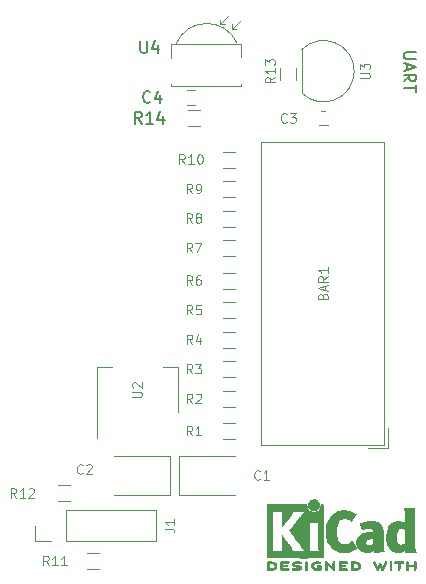
<source format=gto>
%TF.GenerationSoftware,KiCad,Pcbnew,no-vcs-found-609da9b~60~ubuntu16.04.1*%
%TF.CreationDate,2017-10-16T18:37:31+03:00*%
%TF.ProjectId,orange_pi_zero_node,6F72616E67655F70695F7A65726F5F6E,rev?*%
%TF.SameCoordinates,Original*%
%TF.FileFunction,Legend,Top*%
%TF.FilePolarity,Positive*%
%FSLAX46Y46*%
G04 Gerber Fmt 4.6, Leading zero omitted, Abs format (unit mm)*
G04 Created by KiCad (PCBNEW no-vcs-found-609da9b~60~ubuntu16.04.1) date Mon Oct 16 18:37:31 2017*
%MOMM*%
%LPD*%
G01*
G04 APERTURE LIST*
%ADD10C,0.010000*%
%ADD11C,0.120000*%
%ADD12C,0.150000*%
%ADD13C,4.400000*%
%ADD14C,1.924000*%
%ADD15C,2.432000*%
%ADD16R,2.432000X2.432000*%
%ADD17R,2.550000X2.200000*%
%ADD18R,1.600000X1.300000*%
%ADD19R,1.900000X2.400000*%
%ADD20R,4.200000X2.400000*%
%ADD21O,2.100000X2.100000*%
%ADD22R,2.100000X2.100000*%
%ADD23R,1.600000X1.150000*%
%ADD24R,1.300000X1.600000*%
%ADD25R,1.900000X1.300000*%
%ADD26O,1.900000X1.300000*%
%ADD27C,2.200000*%
%ADD28R,2.200000X2.200000*%
G04 APERTURE END LIST*
D10*
G36*
X139628629Y-97019066D02*
X139668111Y-97019467D01*
X139783800Y-97022259D01*
X139880689Y-97030550D01*
X139962081Y-97045232D01*
X140031277Y-97067193D01*
X140091580Y-97097322D01*
X140146292Y-97136510D01*
X140165833Y-97153532D01*
X140198250Y-97193363D01*
X140227480Y-97247413D01*
X140250009Y-97307323D01*
X140262321Y-97364739D01*
X140263600Y-97385956D01*
X140255583Y-97444769D01*
X140234101Y-97509013D01*
X140203001Y-97569821D01*
X140166134Y-97618330D01*
X140160146Y-97624182D01*
X140109421Y-97665321D01*
X140053875Y-97697435D01*
X139990304Y-97721365D01*
X139915506Y-97737953D01*
X139826278Y-97748041D01*
X139719418Y-97752469D01*
X139670472Y-97752845D01*
X139608238Y-97752545D01*
X139564472Y-97751292D01*
X139535069Y-97748554D01*
X139515921Y-97743801D01*
X139502923Y-97736501D01*
X139495955Y-97730267D01*
X139489374Y-97722694D01*
X139484212Y-97712924D01*
X139480297Y-97698340D01*
X139477457Y-97676326D01*
X139475520Y-97644264D01*
X139474316Y-97599536D01*
X139473672Y-97539526D01*
X139473417Y-97461617D01*
X139473378Y-97385956D01*
X139473130Y-97285041D01*
X139473183Y-97204427D01*
X139474143Y-97165822D01*
X139620133Y-97165822D01*
X139620133Y-97606089D01*
X139713266Y-97606004D01*
X139769307Y-97604396D01*
X139828001Y-97600256D01*
X139876972Y-97594464D01*
X139878462Y-97594226D01*
X139957608Y-97575090D01*
X140018998Y-97545287D01*
X140065695Y-97502878D01*
X140095365Y-97456961D01*
X140113647Y-97406026D01*
X140112229Y-97358200D01*
X140091012Y-97306933D01*
X140049511Y-97253899D01*
X139992002Y-97214600D01*
X139917250Y-97188331D01*
X139867292Y-97179035D01*
X139810584Y-97172507D01*
X139750481Y-97167782D01*
X139699361Y-97165817D01*
X139696333Y-97165808D01*
X139620133Y-97165822D01*
X139474143Y-97165822D01*
X139474740Y-97141851D01*
X139479002Y-97095055D01*
X139487170Y-97061778D01*
X139500444Y-97039759D01*
X139520026Y-97026739D01*
X139547117Y-97020457D01*
X139582918Y-97018653D01*
X139628629Y-97019066D01*
X139628629Y-97019066D01*
G37*
X139628629Y-97019066D02*
X139668111Y-97019467D01*
X139783800Y-97022259D01*
X139880689Y-97030550D01*
X139962081Y-97045232D01*
X140031277Y-97067193D01*
X140091580Y-97097322D01*
X140146292Y-97136510D01*
X140165833Y-97153532D01*
X140198250Y-97193363D01*
X140227480Y-97247413D01*
X140250009Y-97307323D01*
X140262321Y-97364739D01*
X140263600Y-97385956D01*
X140255583Y-97444769D01*
X140234101Y-97509013D01*
X140203001Y-97569821D01*
X140166134Y-97618330D01*
X140160146Y-97624182D01*
X140109421Y-97665321D01*
X140053875Y-97697435D01*
X139990304Y-97721365D01*
X139915506Y-97737953D01*
X139826278Y-97748041D01*
X139719418Y-97752469D01*
X139670472Y-97752845D01*
X139608238Y-97752545D01*
X139564472Y-97751292D01*
X139535069Y-97748554D01*
X139515921Y-97743801D01*
X139502923Y-97736501D01*
X139495955Y-97730267D01*
X139489374Y-97722694D01*
X139484212Y-97712924D01*
X139480297Y-97698340D01*
X139477457Y-97676326D01*
X139475520Y-97644264D01*
X139474316Y-97599536D01*
X139473672Y-97539526D01*
X139473417Y-97461617D01*
X139473378Y-97385956D01*
X139473130Y-97285041D01*
X139473183Y-97204427D01*
X139474143Y-97165822D01*
X139620133Y-97165822D01*
X139620133Y-97606089D01*
X139713266Y-97606004D01*
X139769307Y-97604396D01*
X139828001Y-97600256D01*
X139876972Y-97594464D01*
X139878462Y-97594226D01*
X139957608Y-97575090D01*
X140018998Y-97545287D01*
X140065695Y-97502878D01*
X140095365Y-97456961D01*
X140113647Y-97406026D01*
X140112229Y-97358200D01*
X140091012Y-97306933D01*
X140049511Y-97253899D01*
X139992002Y-97214600D01*
X139917250Y-97188331D01*
X139867292Y-97179035D01*
X139810584Y-97172507D01*
X139750481Y-97167782D01*
X139699361Y-97165817D01*
X139696333Y-97165808D01*
X139620133Y-97165822D01*
X139474143Y-97165822D01*
X139474740Y-97141851D01*
X139479002Y-97095055D01*
X139487170Y-97061778D01*
X139500444Y-97039759D01*
X139520026Y-97026739D01*
X139547117Y-97020457D01*
X139582918Y-97018653D01*
X139628629Y-97019066D01*
G36*
X141037206Y-97019146D02*
X141106614Y-97019518D01*
X141159003Y-97020385D01*
X141197153Y-97021946D01*
X141223841Y-97024403D01*
X141241847Y-97027957D01*
X141253951Y-97032810D01*
X141262931Y-97039161D01*
X141266182Y-97042084D01*
X141285957Y-97073142D01*
X141289518Y-97108828D01*
X141276509Y-97140510D01*
X141270494Y-97146913D01*
X141260765Y-97153121D01*
X141245099Y-97157910D01*
X141220592Y-97161514D01*
X141184339Y-97164164D01*
X141133435Y-97166095D01*
X141064974Y-97167539D01*
X141002383Y-97168418D01*
X140754666Y-97171467D01*
X140751281Y-97236378D01*
X140747895Y-97301289D01*
X140916042Y-97301289D01*
X140989041Y-97301919D01*
X141042483Y-97304553D01*
X141079372Y-97310309D01*
X141102712Y-97320304D01*
X141115506Y-97335656D01*
X141120758Y-97357482D01*
X141121555Y-97377738D01*
X141119077Y-97402592D01*
X141109723Y-97420906D01*
X141090617Y-97433637D01*
X141058882Y-97441741D01*
X141011641Y-97446176D01*
X140946017Y-97447899D01*
X140910199Y-97448045D01*
X140749022Y-97448045D01*
X140749022Y-97606089D01*
X140997378Y-97606089D01*
X141078787Y-97606202D01*
X141140658Y-97606712D01*
X141186032Y-97607870D01*
X141217946Y-97609930D01*
X141239441Y-97613146D01*
X141253557Y-97617772D01*
X141263332Y-97624059D01*
X141268311Y-97628667D01*
X141285390Y-97655560D01*
X141290889Y-97679467D01*
X141283037Y-97708667D01*
X141268311Y-97730267D01*
X141260454Y-97737066D01*
X141250312Y-97742346D01*
X141235156Y-97746298D01*
X141212259Y-97749113D01*
X141178891Y-97750982D01*
X141132325Y-97752098D01*
X141069833Y-97752651D01*
X140988686Y-97752833D01*
X140946578Y-97752845D01*
X140856402Y-97752765D01*
X140786076Y-97752398D01*
X140732871Y-97751552D01*
X140694060Y-97750036D01*
X140666913Y-97747659D01*
X140648702Y-97744229D01*
X140636700Y-97739554D01*
X140628178Y-97733444D01*
X140624844Y-97730267D01*
X140618245Y-97722670D01*
X140613073Y-97712870D01*
X140609154Y-97698239D01*
X140606316Y-97676152D01*
X140604385Y-97643982D01*
X140603188Y-97599103D01*
X140602552Y-97538889D01*
X140602303Y-97460713D01*
X140602266Y-97387923D01*
X140602300Y-97294707D01*
X140602535Y-97221431D01*
X140603170Y-97165458D01*
X140604406Y-97124151D01*
X140606444Y-97094872D01*
X140609483Y-97074984D01*
X140613723Y-97061850D01*
X140619365Y-97052832D01*
X140626609Y-97045293D01*
X140628394Y-97043612D01*
X140637055Y-97036172D01*
X140647118Y-97030409D01*
X140661375Y-97026112D01*
X140682617Y-97023064D01*
X140713636Y-97021051D01*
X140757223Y-97019860D01*
X140816169Y-97019275D01*
X140893266Y-97019083D01*
X140947999Y-97019067D01*
X141037206Y-97019146D01*
X141037206Y-97019146D01*
G37*
X141037206Y-97019146D02*
X141106614Y-97019518D01*
X141159003Y-97020385D01*
X141197153Y-97021946D01*
X141223841Y-97024403D01*
X141241847Y-97027957D01*
X141253951Y-97032810D01*
X141262931Y-97039161D01*
X141266182Y-97042084D01*
X141285957Y-97073142D01*
X141289518Y-97108828D01*
X141276509Y-97140510D01*
X141270494Y-97146913D01*
X141260765Y-97153121D01*
X141245099Y-97157910D01*
X141220592Y-97161514D01*
X141184339Y-97164164D01*
X141133435Y-97166095D01*
X141064974Y-97167539D01*
X141002383Y-97168418D01*
X140754666Y-97171467D01*
X140751281Y-97236378D01*
X140747895Y-97301289D01*
X140916042Y-97301289D01*
X140989041Y-97301919D01*
X141042483Y-97304553D01*
X141079372Y-97310309D01*
X141102712Y-97320304D01*
X141115506Y-97335656D01*
X141120758Y-97357482D01*
X141121555Y-97377738D01*
X141119077Y-97402592D01*
X141109723Y-97420906D01*
X141090617Y-97433637D01*
X141058882Y-97441741D01*
X141011641Y-97446176D01*
X140946017Y-97447899D01*
X140910199Y-97448045D01*
X140749022Y-97448045D01*
X140749022Y-97606089D01*
X140997378Y-97606089D01*
X141078787Y-97606202D01*
X141140658Y-97606712D01*
X141186032Y-97607870D01*
X141217946Y-97609930D01*
X141239441Y-97613146D01*
X141253557Y-97617772D01*
X141263332Y-97624059D01*
X141268311Y-97628667D01*
X141285390Y-97655560D01*
X141290889Y-97679467D01*
X141283037Y-97708667D01*
X141268311Y-97730267D01*
X141260454Y-97737066D01*
X141250312Y-97742346D01*
X141235156Y-97746298D01*
X141212259Y-97749113D01*
X141178891Y-97750982D01*
X141132325Y-97752098D01*
X141069833Y-97752651D01*
X140988686Y-97752833D01*
X140946578Y-97752845D01*
X140856402Y-97752765D01*
X140786076Y-97752398D01*
X140732871Y-97751552D01*
X140694060Y-97750036D01*
X140666913Y-97747659D01*
X140648702Y-97744229D01*
X140636700Y-97739554D01*
X140628178Y-97733444D01*
X140624844Y-97730267D01*
X140618245Y-97722670D01*
X140613073Y-97712870D01*
X140609154Y-97698239D01*
X140606316Y-97676152D01*
X140604385Y-97643982D01*
X140603188Y-97599103D01*
X140602552Y-97538889D01*
X140602303Y-97460713D01*
X140602266Y-97387923D01*
X140602300Y-97294707D01*
X140602535Y-97221431D01*
X140603170Y-97165458D01*
X140604406Y-97124151D01*
X140606444Y-97094872D01*
X140609483Y-97074984D01*
X140613723Y-97061850D01*
X140619365Y-97052832D01*
X140626609Y-97045293D01*
X140628394Y-97043612D01*
X140637055Y-97036172D01*
X140647118Y-97030409D01*
X140661375Y-97026112D01*
X140682617Y-97023064D01*
X140713636Y-97021051D01*
X140757223Y-97019860D01*
X140816169Y-97019275D01*
X140893266Y-97019083D01*
X140947999Y-97019067D01*
X141037206Y-97019146D01*
G36*
X142058297Y-97020351D02*
X142133112Y-97025581D01*
X142202694Y-97033750D01*
X142262998Y-97044550D01*
X142309980Y-97057673D01*
X142339594Y-97072813D01*
X142344140Y-97077269D01*
X142359946Y-97111850D01*
X142355153Y-97147351D01*
X142330636Y-97177725D01*
X142329466Y-97178596D01*
X142315046Y-97187954D01*
X142299992Y-97192876D01*
X142278995Y-97193473D01*
X142246743Y-97189861D01*
X142197927Y-97182154D01*
X142194000Y-97181505D01*
X142121261Y-97172569D01*
X142042783Y-97168161D01*
X141964073Y-97168119D01*
X141890639Y-97172279D01*
X141827989Y-97180479D01*
X141781630Y-97192557D01*
X141778584Y-97193771D01*
X141744952Y-97212615D01*
X141733136Y-97231685D01*
X141742386Y-97250439D01*
X141771953Y-97268337D01*
X141821089Y-97284837D01*
X141889043Y-97299396D01*
X141934355Y-97306406D01*
X142028544Y-97319889D01*
X142103456Y-97332214D01*
X142162283Y-97344449D01*
X142208215Y-97357661D01*
X142244445Y-97372917D01*
X142274162Y-97391285D01*
X142300558Y-97413831D01*
X142321770Y-97435971D01*
X142346935Y-97466819D01*
X142359319Y-97493345D01*
X142363192Y-97526026D01*
X142363333Y-97537995D01*
X142360424Y-97577712D01*
X142348798Y-97607259D01*
X142328677Y-97633486D01*
X142287784Y-97673576D01*
X142242183Y-97704149D01*
X142188487Y-97726203D01*
X142123308Y-97740735D01*
X142043256Y-97748741D01*
X141944943Y-97751218D01*
X141928711Y-97751177D01*
X141863151Y-97749818D01*
X141798134Y-97746730D01*
X141740748Y-97742356D01*
X141698078Y-97737140D01*
X141694628Y-97736541D01*
X141652204Y-97726491D01*
X141616220Y-97713796D01*
X141595850Y-97702190D01*
X141576893Y-97671572D01*
X141575573Y-97635918D01*
X141591915Y-97604144D01*
X141595571Y-97600551D01*
X141610685Y-97589876D01*
X141629585Y-97585276D01*
X141658838Y-97586059D01*
X141694349Y-97590127D01*
X141734030Y-97593762D01*
X141789655Y-97596828D01*
X141854594Y-97599053D01*
X141922215Y-97600164D01*
X141940000Y-97600237D01*
X142007872Y-97599964D01*
X142057546Y-97598646D01*
X142093390Y-97595827D01*
X142119776Y-97591050D01*
X142141074Y-97583857D01*
X142153874Y-97577867D01*
X142182000Y-97561233D01*
X142199932Y-97546168D01*
X142202553Y-97541897D01*
X142197024Y-97524263D01*
X142170740Y-97507192D01*
X142125522Y-97491458D01*
X142063192Y-97477838D01*
X142044829Y-97474804D01*
X141948910Y-97459738D01*
X141872359Y-97447146D01*
X141812220Y-97436111D01*
X141765540Y-97425720D01*
X141729363Y-97415056D01*
X141700735Y-97403205D01*
X141676702Y-97389251D01*
X141654308Y-97372281D01*
X141630598Y-97351378D01*
X141622620Y-97344049D01*
X141594647Y-97316699D01*
X141579840Y-97295029D01*
X141574048Y-97270232D01*
X141573111Y-97238983D01*
X141583425Y-97177705D01*
X141614248Y-97125640D01*
X141665405Y-97082958D01*
X141736717Y-97049825D01*
X141787600Y-97034964D01*
X141842900Y-97025366D01*
X141909147Y-97019936D01*
X141982294Y-97018367D01*
X142058297Y-97020351D01*
X142058297Y-97020351D01*
G37*
X142058297Y-97020351D02*
X142133112Y-97025581D01*
X142202694Y-97033750D01*
X142262998Y-97044550D01*
X142309980Y-97057673D01*
X142339594Y-97072813D01*
X142344140Y-97077269D01*
X142359946Y-97111850D01*
X142355153Y-97147351D01*
X142330636Y-97177725D01*
X142329466Y-97178596D01*
X142315046Y-97187954D01*
X142299992Y-97192876D01*
X142278995Y-97193473D01*
X142246743Y-97189861D01*
X142197927Y-97182154D01*
X142194000Y-97181505D01*
X142121261Y-97172569D01*
X142042783Y-97168161D01*
X141964073Y-97168119D01*
X141890639Y-97172279D01*
X141827989Y-97180479D01*
X141781630Y-97192557D01*
X141778584Y-97193771D01*
X141744952Y-97212615D01*
X141733136Y-97231685D01*
X141742386Y-97250439D01*
X141771953Y-97268337D01*
X141821089Y-97284837D01*
X141889043Y-97299396D01*
X141934355Y-97306406D01*
X142028544Y-97319889D01*
X142103456Y-97332214D01*
X142162283Y-97344449D01*
X142208215Y-97357661D01*
X142244445Y-97372917D01*
X142274162Y-97391285D01*
X142300558Y-97413831D01*
X142321770Y-97435971D01*
X142346935Y-97466819D01*
X142359319Y-97493345D01*
X142363192Y-97526026D01*
X142363333Y-97537995D01*
X142360424Y-97577712D01*
X142348798Y-97607259D01*
X142328677Y-97633486D01*
X142287784Y-97673576D01*
X142242183Y-97704149D01*
X142188487Y-97726203D01*
X142123308Y-97740735D01*
X142043256Y-97748741D01*
X141944943Y-97751218D01*
X141928711Y-97751177D01*
X141863151Y-97749818D01*
X141798134Y-97746730D01*
X141740748Y-97742356D01*
X141698078Y-97737140D01*
X141694628Y-97736541D01*
X141652204Y-97726491D01*
X141616220Y-97713796D01*
X141595850Y-97702190D01*
X141576893Y-97671572D01*
X141575573Y-97635918D01*
X141591915Y-97604144D01*
X141595571Y-97600551D01*
X141610685Y-97589876D01*
X141629585Y-97585276D01*
X141658838Y-97586059D01*
X141694349Y-97590127D01*
X141734030Y-97593762D01*
X141789655Y-97596828D01*
X141854594Y-97599053D01*
X141922215Y-97600164D01*
X141940000Y-97600237D01*
X142007872Y-97599964D01*
X142057546Y-97598646D01*
X142093390Y-97595827D01*
X142119776Y-97591050D01*
X142141074Y-97583857D01*
X142153874Y-97577867D01*
X142182000Y-97561233D01*
X142199932Y-97546168D01*
X142202553Y-97541897D01*
X142197024Y-97524263D01*
X142170740Y-97507192D01*
X142125522Y-97491458D01*
X142063192Y-97477838D01*
X142044829Y-97474804D01*
X141948910Y-97459738D01*
X141872359Y-97447146D01*
X141812220Y-97436111D01*
X141765540Y-97425720D01*
X141729363Y-97415056D01*
X141700735Y-97403205D01*
X141676702Y-97389251D01*
X141654308Y-97372281D01*
X141630598Y-97351378D01*
X141622620Y-97344049D01*
X141594647Y-97316699D01*
X141579840Y-97295029D01*
X141574048Y-97270232D01*
X141573111Y-97238983D01*
X141583425Y-97177705D01*
X141614248Y-97125640D01*
X141665405Y-97082958D01*
X141736717Y-97049825D01*
X141787600Y-97034964D01*
X141842900Y-97025366D01*
X141909147Y-97019936D01*
X141982294Y-97018367D01*
X142058297Y-97020351D01*
G36*
X142826178Y-97041645D02*
X142832758Y-97049218D01*
X142837921Y-97058987D01*
X142841836Y-97073571D01*
X142844676Y-97095585D01*
X142846613Y-97127648D01*
X142847817Y-97172375D01*
X142848461Y-97232385D01*
X142848716Y-97310294D01*
X142848755Y-97385956D01*
X142848686Y-97479802D01*
X142848362Y-97553689D01*
X142847614Y-97610232D01*
X142846268Y-97652049D01*
X142844154Y-97681757D01*
X142841100Y-97701973D01*
X142836934Y-97715314D01*
X142831484Y-97724398D01*
X142826178Y-97730267D01*
X142793174Y-97749947D01*
X142758009Y-97748181D01*
X142726545Y-97726717D01*
X142719316Y-97718337D01*
X142713666Y-97708614D01*
X142709401Y-97694861D01*
X142706327Y-97674389D01*
X142704248Y-97644512D01*
X142702970Y-97602541D01*
X142702299Y-97545789D01*
X142702041Y-97471567D01*
X142702000Y-97387537D01*
X142702000Y-97074485D01*
X142729709Y-97046776D01*
X142763863Y-97023463D01*
X142796994Y-97022623D01*
X142826178Y-97041645D01*
X142826178Y-97041645D01*
G37*
X142826178Y-97041645D02*
X142832758Y-97049218D01*
X142837921Y-97058987D01*
X142841836Y-97073571D01*
X142844676Y-97095585D01*
X142846613Y-97127648D01*
X142847817Y-97172375D01*
X142848461Y-97232385D01*
X142848716Y-97310294D01*
X142848755Y-97385956D01*
X142848686Y-97479802D01*
X142848362Y-97553689D01*
X142847614Y-97610232D01*
X142846268Y-97652049D01*
X142844154Y-97681757D01*
X142841100Y-97701973D01*
X142836934Y-97715314D01*
X142831484Y-97724398D01*
X142826178Y-97730267D01*
X142793174Y-97749947D01*
X142758009Y-97748181D01*
X142726545Y-97726717D01*
X142719316Y-97718337D01*
X142713666Y-97708614D01*
X142709401Y-97694861D01*
X142706327Y-97674389D01*
X142704248Y-97644512D01*
X142702970Y-97602541D01*
X142702299Y-97545789D01*
X142702041Y-97471567D01*
X142702000Y-97387537D01*
X142702000Y-97074485D01*
X142729709Y-97046776D01*
X142763863Y-97023463D01*
X142796994Y-97022623D01*
X142826178Y-97041645D01*
G36*
X143799919Y-97024599D02*
X143868435Y-97036095D01*
X143921057Y-97053967D01*
X143955292Y-97077499D01*
X143964621Y-97090924D01*
X143974107Y-97122148D01*
X143967723Y-97150395D01*
X143947570Y-97177182D01*
X143916255Y-97189713D01*
X143870817Y-97188696D01*
X143835674Y-97181906D01*
X143757581Y-97168971D01*
X143677774Y-97167742D01*
X143588445Y-97178241D01*
X143563771Y-97182690D01*
X143480709Y-97206108D01*
X143415727Y-97240945D01*
X143369539Y-97286604D01*
X143342855Y-97342494D01*
X143337337Y-97371388D01*
X143340949Y-97430012D01*
X143364271Y-97481879D01*
X143405176Y-97525978D01*
X143461541Y-97561299D01*
X143531240Y-97586829D01*
X143612148Y-97601559D01*
X143702140Y-97604478D01*
X143799090Y-97594575D01*
X143804564Y-97593641D01*
X143843125Y-97586459D01*
X143864506Y-97579521D01*
X143873773Y-97569227D01*
X143875994Y-97551976D01*
X143876044Y-97542841D01*
X143876044Y-97504489D01*
X143807569Y-97504489D01*
X143747100Y-97500347D01*
X143705835Y-97487147D01*
X143681825Y-97463730D01*
X143673123Y-97428936D01*
X143673017Y-97424394D01*
X143678108Y-97394654D01*
X143695567Y-97373419D01*
X143728061Y-97359366D01*
X143778257Y-97351173D01*
X143826877Y-97348161D01*
X143897544Y-97346433D01*
X143948802Y-97349070D01*
X143983761Y-97358800D01*
X144005530Y-97378353D01*
X144017220Y-97410456D01*
X144021940Y-97457838D01*
X144022800Y-97520071D01*
X144021391Y-97589535D01*
X144017152Y-97636786D01*
X144010064Y-97662012D01*
X144008689Y-97663988D01*
X143969772Y-97695508D01*
X143912714Y-97720470D01*
X143841131Y-97738340D01*
X143758642Y-97748586D01*
X143668861Y-97750673D01*
X143575408Y-97744068D01*
X143520444Y-97735956D01*
X143434234Y-97711554D01*
X143354108Y-97671662D01*
X143287023Y-97619887D01*
X143276827Y-97609539D01*
X143243698Y-97566035D01*
X143213806Y-97512118D01*
X143190643Y-97455592D01*
X143177702Y-97404259D01*
X143176142Y-97384544D01*
X143182782Y-97343419D01*
X143200432Y-97292252D01*
X143225703Y-97238394D01*
X143255211Y-97189195D01*
X143281281Y-97156334D01*
X143342235Y-97107452D01*
X143421031Y-97068545D01*
X143514843Y-97040494D01*
X143620850Y-97024179D01*
X143718000Y-97020192D01*
X143799919Y-97024599D01*
X143799919Y-97024599D01*
G37*
X143799919Y-97024599D02*
X143868435Y-97036095D01*
X143921057Y-97053967D01*
X143955292Y-97077499D01*
X143964621Y-97090924D01*
X143974107Y-97122148D01*
X143967723Y-97150395D01*
X143947570Y-97177182D01*
X143916255Y-97189713D01*
X143870817Y-97188696D01*
X143835674Y-97181906D01*
X143757581Y-97168971D01*
X143677774Y-97167742D01*
X143588445Y-97178241D01*
X143563771Y-97182690D01*
X143480709Y-97206108D01*
X143415727Y-97240945D01*
X143369539Y-97286604D01*
X143342855Y-97342494D01*
X143337337Y-97371388D01*
X143340949Y-97430012D01*
X143364271Y-97481879D01*
X143405176Y-97525978D01*
X143461541Y-97561299D01*
X143531240Y-97586829D01*
X143612148Y-97601559D01*
X143702140Y-97604478D01*
X143799090Y-97594575D01*
X143804564Y-97593641D01*
X143843125Y-97586459D01*
X143864506Y-97579521D01*
X143873773Y-97569227D01*
X143875994Y-97551976D01*
X143876044Y-97542841D01*
X143876044Y-97504489D01*
X143807569Y-97504489D01*
X143747100Y-97500347D01*
X143705835Y-97487147D01*
X143681825Y-97463730D01*
X143673123Y-97428936D01*
X143673017Y-97424394D01*
X143678108Y-97394654D01*
X143695567Y-97373419D01*
X143728061Y-97359366D01*
X143778257Y-97351173D01*
X143826877Y-97348161D01*
X143897544Y-97346433D01*
X143948802Y-97349070D01*
X143983761Y-97358800D01*
X144005530Y-97378353D01*
X144017220Y-97410456D01*
X144021940Y-97457838D01*
X144022800Y-97520071D01*
X144021391Y-97589535D01*
X144017152Y-97636786D01*
X144010064Y-97662012D01*
X144008689Y-97663988D01*
X143969772Y-97695508D01*
X143912714Y-97720470D01*
X143841131Y-97738340D01*
X143758642Y-97748586D01*
X143668861Y-97750673D01*
X143575408Y-97744068D01*
X143520444Y-97735956D01*
X143434234Y-97711554D01*
X143354108Y-97671662D01*
X143287023Y-97619887D01*
X143276827Y-97609539D01*
X143243698Y-97566035D01*
X143213806Y-97512118D01*
X143190643Y-97455592D01*
X143177702Y-97404259D01*
X143176142Y-97384544D01*
X143182782Y-97343419D01*
X143200432Y-97292252D01*
X143225703Y-97238394D01*
X143255211Y-97189195D01*
X143281281Y-97156334D01*
X143342235Y-97107452D01*
X143421031Y-97068545D01*
X143514843Y-97040494D01*
X143620850Y-97024179D01*
X143718000Y-97020192D01*
X143799919Y-97024599D01*
G36*
X144449886Y-97023448D02*
X144473452Y-97037273D01*
X144504265Y-97059881D01*
X144543922Y-97092338D01*
X144594020Y-97135708D01*
X144656157Y-97191058D01*
X144731928Y-97259451D01*
X144818666Y-97338084D01*
X144999289Y-97501878D01*
X145004933Y-97282029D01*
X145006971Y-97206351D01*
X145008937Y-97149994D01*
X145011266Y-97109706D01*
X145014394Y-97082235D01*
X145018755Y-97064329D01*
X145024784Y-97052737D01*
X145032916Y-97044208D01*
X145037228Y-97040623D01*
X145071759Y-97021670D01*
X145104617Y-97024441D01*
X145130682Y-97040633D01*
X145157333Y-97062199D01*
X145160648Y-97377151D01*
X145161565Y-97469779D01*
X145162032Y-97542544D01*
X145161887Y-97598161D01*
X145160968Y-97639342D01*
X145159113Y-97668803D01*
X145156161Y-97689255D01*
X145151950Y-97703413D01*
X145146318Y-97713991D01*
X145140073Y-97722474D01*
X145126561Y-97738207D01*
X145113117Y-97748636D01*
X145097876Y-97752639D01*
X145078974Y-97749094D01*
X145054545Y-97736879D01*
X145022727Y-97714871D01*
X144981652Y-97681949D01*
X144929458Y-97636991D01*
X144864278Y-97578875D01*
X144790444Y-97512099D01*
X144525155Y-97271458D01*
X144519511Y-97490589D01*
X144517469Y-97566128D01*
X144515498Y-97622354D01*
X144513161Y-97662524D01*
X144510019Y-97689896D01*
X144505636Y-97707728D01*
X144499576Y-97719279D01*
X144491400Y-97727807D01*
X144487216Y-97731282D01*
X144450235Y-97750372D01*
X144415292Y-97747493D01*
X144384864Y-97723100D01*
X144377903Y-97713286D01*
X144372477Y-97701826D01*
X144368397Y-97685968D01*
X144365471Y-97662963D01*
X144363508Y-97630062D01*
X144362317Y-97584516D01*
X144361708Y-97523573D01*
X144361489Y-97444486D01*
X144361466Y-97385956D01*
X144361540Y-97294407D01*
X144361887Y-97222687D01*
X144362699Y-97168045D01*
X144364167Y-97127732D01*
X144366481Y-97098998D01*
X144369833Y-97079093D01*
X144374412Y-97065268D01*
X144380411Y-97054772D01*
X144384864Y-97048811D01*
X144396150Y-97034691D01*
X144406699Y-97024029D01*
X144418107Y-97017892D01*
X144431970Y-97017343D01*
X144449886Y-97023448D01*
X144449886Y-97023448D01*
G37*
X144449886Y-97023448D02*
X144473452Y-97037273D01*
X144504265Y-97059881D01*
X144543922Y-97092338D01*
X144594020Y-97135708D01*
X144656157Y-97191058D01*
X144731928Y-97259451D01*
X144818666Y-97338084D01*
X144999289Y-97501878D01*
X145004933Y-97282029D01*
X145006971Y-97206351D01*
X145008937Y-97149994D01*
X145011266Y-97109706D01*
X145014394Y-97082235D01*
X145018755Y-97064329D01*
X145024784Y-97052737D01*
X145032916Y-97044208D01*
X145037228Y-97040623D01*
X145071759Y-97021670D01*
X145104617Y-97024441D01*
X145130682Y-97040633D01*
X145157333Y-97062199D01*
X145160648Y-97377151D01*
X145161565Y-97469779D01*
X145162032Y-97542544D01*
X145161887Y-97598161D01*
X145160968Y-97639342D01*
X145159113Y-97668803D01*
X145156161Y-97689255D01*
X145151950Y-97703413D01*
X145146318Y-97713991D01*
X145140073Y-97722474D01*
X145126561Y-97738207D01*
X145113117Y-97748636D01*
X145097876Y-97752639D01*
X145078974Y-97749094D01*
X145054545Y-97736879D01*
X145022727Y-97714871D01*
X144981652Y-97681949D01*
X144929458Y-97636991D01*
X144864278Y-97578875D01*
X144790444Y-97512099D01*
X144525155Y-97271458D01*
X144519511Y-97490589D01*
X144517469Y-97566128D01*
X144515498Y-97622354D01*
X144513161Y-97662524D01*
X144510019Y-97689896D01*
X144505636Y-97707728D01*
X144499576Y-97719279D01*
X144491400Y-97727807D01*
X144487216Y-97731282D01*
X144450235Y-97750372D01*
X144415292Y-97747493D01*
X144384864Y-97723100D01*
X144377903Y-97713286D01*
X144372477Y-97701826D01*
X144368397Y-97685968D01*
X144365471Y-97662963D01*
X144363508Y-97630062D01*
X144362317Y-97584516D01*
X144361708Y-97523573D01*
X144361489Y-97444486D01*
X144361466Y-97385956D01*
X144361540Y-97294407D01*
X144361887Y-97222687D01*
X144362699Y-97168045D01*
X144364167Y-97127732D01*
X144366481Y-97098998D01*
X144369833Y-97079093D01*
X144374412Y-97065268D01*
X144380411Y-97054772D01*
X144384864Y-97048811D01*
X144396150Y-97034691D01*
X144406699Y-97024029D01*
X144418107Y-97017892D01*
X144431970Y-97017343D01*
X144449886Y-97023448D01*
G36*
X145980343Y-97019260D02*
X146056701Y-97020174D01*
X146115217Y-97022311D01*
X146158255Y-97026175D01*
X146188183Y-97032267D01*
X146207368Y-97041090D01*
X146218176Y-97053146D01*
X146222973Y-97068939D01*
X146224127Y-97088970D01*
X146224133Y-97091335D01*
X146223131Y-97113992D01*
X146218396Y-97131503D01*
X146207333Y-97144574D01*
X146187348Y-97153913D01*
X146155846Y-97160227D01*
X146110232Y-97164222D01*
X146047913Y-97166606D01*
X145966293Y-97168086D01*
X145941277Y-97168414D01*
X145699200Y-97171467D01*
X145695814Y-97236378D01*
X145692429Y-97301289D01*
X145860576Y-97301289D01*
X145926266Y-97301531D01*
X145973172Y-97302556D01*
X146005083Y-97304811D01*
X146025791Y-97308742D01*
X146039084Y-97314798D01*
X146048755Y-97323424D01*
X146048817Y-97323493D01*
X146066356Y-97357112D01*
X146065722Y-97393448D01*
X146047314Y-97424423D01*
X146043671Y-97427607D01*
X146030741Y-97435812D01*
X146013024Y-97441521D01*
X145986570Y-97445162D01*
X145947432Y-97447167D01*
X145891662Y-97447964D01*
X145855994Y-97448045D01*
X145693555Y-97448045D01*
X145693555Y-97606089D01*
X145940161Y-97606089D01*
X146021580Y-97606231D01*
X146083410Y-97606814D01*
X146128637Y-97608068D01*
X146160248Y-97610227D01*
X146181231Y-97613523D01*
X146194573Y-97618189D01*
X146203261Y-97624457D01*
X146205450Y-97626733D01*
X146221614Y-97658280D01*
X146222797Y-97694168D01*
X146209536Y-97725285D01*
X146199043Y-97735271D01*
X146188129Y-97740769D01*
X146171217Y-97745022D01*
X146145633Y-97748180D01*
X146108701Y-97750392D01*
X146057746Y-97751806D01*
X145990094Y-97752572D01*
X145903069Y-97752838D01*
X145883394Y-97752845D01*
X145794911Y-97752787D01*
X145726227Y-97752467D01*
X145674564Y-97751667D01*
X145637145Y-97750167D01*
X145611190Y-97747749D01*
X145593922Y-97744194D01*
X145582562Y-97739282D01*
X145574332Y-97732795D01*
X145569817Y-97728138D01*
X145563021Y-97719889D01*
X145557712Y-97709669D01*
X145553706Y-97694800D01*
X145550821Y-97672602D01*
X145548874Y-97640393D01*
X145547681Y-97595496D01*
X145547061Y-97535228D01*
X145546829Y-97456911D01*
X145546800Y-97390994D01*
X145546871Y-97298628D01*
X145547208Y-97226117D01*
X145547998Y-97170737D01*
X145549426Y-97129765D01*
X145551679Y-97100478D01*
X145554943Y-97080153D01*
X145559404Y-97066066D01*
X145565248Y-97055495D01*
X145570197Y-97048811D01*
X145593594Y-97019067D01*
X145883774Y-97019067D01*
X145980343Y-97019260D01*
X145980343Y-97019260D01*
G37*
X145980343Y-97019260D02*
X146056701Y-97020174D01*
X146115217Y-97022311D01*
X146158255Y-97026175D01*
X146188183Y-97032267D01*
X146207368Y-97041090D01*
X146218176Y-97053146D01*
X146222973Y-97068939D01*
X146224127Y-97088970D01*
X146224133Y-97091335D01*
X146223131Y-97113992D01*
X146218396Y-97131503D01*
X146207333Y-97144574D01*
X146187348Y-97153913D01*
X146155846Y-97160227D01*
X146110232Y-97164222D01*
X146047913Y-97166606D01*
X145966293Y-97168086D01*
X145941277Y-97168414D01*
X145699200Y-97171467D01*
X145695814Y-97236378D01*
X145692429Y-97301289D01*
X145860576Y-97301289D01*
X145926266Y-97301531D01*
X145973172Y-97302556D01*
X146005083Y-97304811D01*
X146025791Y-97308742D01*
X146039084Y-97314798D01*
X146048755Y-97323424D01*
X146048817Y-97323493D01*
X146066356Y-97357112D01*
X146065722Y-97393448D01*
X146047314Y-97424423D01*
X146043671Y-97427607D01*
X146030741Y-97435812D01*
X146013024Y-97441521D01*
X145986570Y-97445162D01*
X145947432Y-97447167D01*
X145891662Y-97447964D01*
X145855994Y-97448045D01*
X145693555Y-97448045D01*
X145693555Y-97606089D01*
X145940161Y-97606089D01*
X146021580Y-97606231D01*
X146083410Y-97606814D01*
X146128637Y-97608068D01*
X146160248Y-97610227D01*
X146181231Y-97613523D01*
X146194573Y-97618189D01*
X146203261Y-97624457D01*
X146205450Y-97626733D01*
X146221614Y-97658280D01*
X146222797Y-97694168D01*
X146209536Y-97725285D01*
X146199043Y-97735271D01*
X146188129Y-97740769D01*
X146171217Y-97745022D01*
X146145633Y-97748180D01*
X146108701Y-97750392D01*
X146057746Y-97751806D01*
X145990094Y-97752572D01*
X145903069Y-97752838D01*
X145883394Y-97752845D01*
X145794911Y-97752787D01*
X145726227Y-97752467D01*
X145674564Y-97751667D01*
X145637145Y-97750167D01*
X145611190Y-97747749D01*
X145593922Y-97744194D01*
X145582562Y-97739282D01*
X145574332Y-97732795D01*
X145569817Y-97728138D01*
X145563021Y-97719889D01*
X145557712Y-97709669D01*
X145553706Y-97694800D01*
X145550821Y-97672602D01*
X145548874Y-97640393D01*
X145547681Y-97595496D01*
X145547061Y-97535228D01*
X145546829Y-97456911D01*
X145546800Y-97390994D01*
X145546871Y-97298628D01*
X145547208Y-97226117D01*
X145547998Y-97170737D01*
X145549426Y-97129765D01*
X145551679Y-97100478D01*
X145554943Y-97080153D01*
X145559404Y-97066066D01*
X145565248Y-97055495D01*
X145570197Y-97048811D01*
X145593594Y-97019067D01*
X145883774Y-97019067D01*
X145980343Y-97019260D01*
G36*
X146768309Y-97019275D02*
X146897288Y-97023636D01*
X147006991Y-97036861D01*
X147099226Y-97059741D01*
X147175802Y-97093070D01*
X147238527Y-97137638D01*
X147289212Y-97194236D01*
X147329663Y-97263658D01*
X147330459Y-97265351D01*
X147354601Y-97327483D01*
X147363203Y-97382509D01*
X147356231Y-97437887D01*
X147333654Y-97501073D01*
X147329372Y-97510689D01*
X147300172Y-97566966D01*
X147267356Y-97610451D01*
X147225002Y-97647417D01*
X147167190Y-97684135D01*
X147163831Y-97686052D01*
X147113504Y-97710227D01*
X147056621Y-97728282D01*
X146989527Y-97740839D01*
X146908565Y-97748522D01*
X146810082Y-97751953D01*
X146775286Y-97752251D01*
X146609594Y-97752845D01*
X146586197Y-97723100D01*
X146579257Y-97713319D01*
X146573842Y-97701897D01*
X146569765Y-97686095D01*
X146566837Y-97663175D01*
X146564867Y-97630396D01*
X146564225Y-97606089D01*
X146720844Y-97606089D01*
X146814726Y-97606089D01*
X146869664Y-97604483D01*
X146926060Y-97600255D01*
X146972345Y-97594292D01*
X146975139Y-97593790D01*
X147057348Y-97571736D01*
X147121114Y-97538600D01*
X147168452Y-97492847D01*
X147201382Y-97432939D01*
X147207108Y-97417061D01*
X147212721Y-97392333D01*
X147210291Y-97367902D01*
X147198467Y-97335400D01*
X147191340Y-97319434D01*
X147168000Y-97277006D01*
X147139880Y-97247240D01*
X147108940Y-97226511D01*
X147046966Y-97199537D01*
X146967651Y-97179998D01*
X146875253Y-97168746D01*
X146808333Y-97166270D01*
X146720844Y-97165822D01*
X146720844Y-97606089D01*
X146564225Y-97606089D01*
X146563668Y-97585021D01*
X146563050Y-97524311D01*
X146562825Y-97445526D01*
X146562800Y-97383920D01*
X146562800Y-97074485D01*
X146590509Y-97046776D01*
X146602806Y-97035544D01*
X146616103Y-97027853D01*
X146634672Y-97023040D01*
X146662786Y-97020446D01*
X146704717Y-97019410D01*
X146764737Y-97019270D01*
X146768309Y-97019275D01*
X146768309Y-97019275D01*
G37*
X146768309Y-97019275D02*
X146897288Y-97023636D01*
X147006991Y-97036861D01*
X147099226Y-97059741D01*
X147175802Y-97093070D01*
X147238527Y-97137638D01*
X147289212Y-97194236D01*
X147329663Y-97263658D01*
X147330459Y-97265351D01*
X147354601Y-97327483D01*
X147363203Y-97382509D01*
X147356231Y-97437887D01*
X147333654Y-97501073D01*
X147329372Y-97510689D01*
X147300172Y-97566966D01*
X147267356Y-97610451D01*
X147225002Y-97647417D01*
X147167190Y-97684135D01*
X147163831Y-97686052D01*
X147113504Y-97710227D01*
X147056621Y-97728282D01*
X146989527Y-97740839D01*
X146908565Y-97748522D01*
X146810082Y-97751953D01*
X146775286Y-97752251D01*
X146609594Y-97752845D01*
X146586197Y-97723100D01*
X146579257Y-97713319D01*
X146573842Y-97701897D01*
X146569765Y-97686095D01*
X146566837Y-97663175D01*
X146564867Y-97630396D01*
X146564225Y-97606089D01*
X146720844Y-97606089D01*
X146814726Y-97606089D01*
X146869664Y-97604483D01*
X146926060Y-97600255D01*
X146972345Y-97594292D01*
X146975139Y-97593790D01*
X147057348Y-97571736D01*
X147121114Y-97538600D01*
X147168452Y-97492847D01*
X147201382Y-97432939D01*
X147207108Y-97417061D01*
X147212721Y-97392333D01*
X147210291Y-97367902D01*
X147198467Y-97335400D01*
X147191340Y-97319434D01*
X147168000Y-97277006D01*
X147139880Y-97247240D01*
X147108940Y-97226511D01*
X147046966Y-97199537D01*
X146967651Y-97179998D01*
X146875253Y-97168746D01*
X146808333Y-97166270D01*
X146720844Y-97165822D01*
X146720844Y-97606089D01*
X146564225Y-97606089D01*
X146563668Y-97585021D01*
X146563050Y-97524311D01*
X146562825Y-97445526D01*
X146562800Y-97383920D01*
X146562800Y-97074485D01*
X146590509Y-97046776D01*
X146602806Y-97035544D01*
X146616103Y-97027853D01*
X146634672Y-97023040D01*
X146662786Y-97020446D01*
X146704717Y-97019410D01*
X146764737Y-97019270D01*
X146768309Y-97019275D01*
G36*
X149494665Y-97021034D02*
X149514255Y-97028035D01*
X149515010Y-97028377D01*
X149541613Y-97048678D01*
X149556270Y-97069561D01*
X149559138Y-97079352D01*
X149558996Y-97092361D01*
X149554961Y-97110895D01*
X149546146Y-97137257D01*
X149531669Y-97173752D01*
X149510645Y-97222687D01*
X149482188Y-97286365D01*
X149445415Y-97367093D01*
X149425175Y-97411216D01*
X149388625Y-97489985D01*
X149354315Y-97562423D01*
X149323552Y-97625880D01*
X149297648Y-97677708D01*
X149277910Y-97715259D01*
X149265650Y-97735884D01*
X149263224Y-97738733D01*
X149232183Y-97751302D01*
X149197121Y-97749619D01*
X149169000Y-97734332D01*
X149167854Y-97733089D01*
X149156668Y-97716154D01*
X149137904Y-97683170D01*
X149113875Y-97638380D01*
X149086897Y-97586032D01*
X149077201Y-97566742D01*
X149004014Y-97420150D01*
X148924240Y-97579393D01*
X148895767Y-97634415D01*
X148869350Y-97682132D01*
X148847148Y-97718893D01*
X148831319Y-97741044D01*
X148825954Y-97745741D01*
X148784257Y-97752102D01*
X148749849Y-97738733D01*
X148739728Y-97724446D01*
X148722214Y-97692692D01*
X148698735Y-97646597D01*
X148670720Y-97589285D01*
X148639599Y-97523880D01*
X148606799Y-97453507D01*
X148573750Y-97381291D01*
X148541881Y-97310355D01*
X148512619Y-97243825D01*
X148487395Y-97184826D01*
X148467636Y-97136481D01*
X148454772Y-97101915D01*
X148450231Y-97084253D01*
X148450277Y-97083613D01*
X148461326Y-97061388D01*
X148483410Y-97038753D01*
X148484710Y-97037768D01*
X148511853Y-97022425D01*
X148536958Y-97022574D01*
X148546368Y-97025466D01*
X148557834Y-97031718D01*
X148570010Y-97044014D01*
X148584357Y-97064908D01*
X148602336Y-97096949D01*
X148625407Y-97142688D01*
X148655030Y-97204677D01*
X148681745Y-97261898D01*
X148712480Y-97328226D01*
X148740021Y-97387874D01*
X148762938Y-97437725D01*
X148779798Y-97474664D01*
X148789173Y-97495573D01*
X148790540Y-97498845D01*
X148796689Y-97493497D01*
X148810822Y-97471109D01*
X148831057Y-97434946D01*
X148855515Y-97388277D01*
X148865248Y-97369022D01*
X148898217Y-97304004D01*
X148923643Y-97256654D01*
X148943612Y-97224219D01*
X148960210Y-97203946D01*
X148975524Y-97193082D01*
X148991640Y-97188875D01*
X149002143Y-97188400D01*
X149020670Y-97190042D01*
X149036904Y-97196831D01*
X149053035Y-97211566D01*
X149071251Y-97237044D01*
X149093739Y-97276061D01*
X149122689Y-97331414D01*
X149138662Y-97362903D01*
X149164570Y-97413087D01*
X149187167Y-97454704D01*
X149204458Y-97484242D01*
X149214450Y-97498189D01*
X149215809Y-97498770D01*
X149222261Y-97487793D01*
X149236708Y-97459290D01*
X149257703Y-97416244D01*
X149283797Y-97361638D01*
X149313546Y-97298454D01*
X149328180Y-97267071D01*
X149366250Y-97186078D01*
X149396905Y-97123756D01*
X149421737Y-97078071D01*
X149442337Y-97046989D01*
X149460298Y-97028478D01*
X149477210Y-97020504D01*
X149494665Y-97021034D01*
X149494665Y-97021034D01*
G37*
X149494665Y-97021034D02*
X149514255Y-97028035D01*
X149515010Y-97028377D01*
X149541613Y-97048678D01*
X149556270Y-97069561D01*
X149559138Y-97079352D01*
X149558996Y-97092361D01*
X149554961Y-97110895D01*
X149546146Y-97137257D01*
X149531669Y-97173752D01*
X149510645Y-97222687D01*
X149482188Y-97286365D01*
X149445415Y-97367093D01*
X149425175Y-97411216D01*
X149388625Y-97489985D01*
X149354315Y-97562423D01*
X149323552Y-97625880D01*
X149297648Y-97677708D01*
X149277910Y-97715259D01*
X149265650Y-97735884D01*
X149263224Y-97738733D01*
X149232183Y-97751302D01*
X149197121Y-97749619D01*
X149169000Y-97734332D01*
X149167854Y-97733089D01*
X149156668Y-97716154D01*
X149137904Y-97683170D01*
X149113875Y-97638380D01*
X149086897Y-97586032D01*
X149077201Y-97566742D01*
X149004014Y-97420150D01*
X148924240Y-97579393D01*
X148895767Y-97634415D01*
X148869350Y-97682132D01*
X148847148Y-97718893D01*
X148831319Y-97741044D01*
X148825954Y-97745741D01*
X148784257Y-97752102D01*
X148749849Y-97738733D01*
X148739728Y-97724446D01*
X148722214Y-97692692D01*
X148698735Y-97646597D01*
X148670720Y-97589285D01*
X148639599Y-97523880D01*
X148606799Y-97453507D01*
X148573750Y-97381291D01*
X148541881Y-97310355D01*
X148512619Y-97243825D01*
X148487395Y-97184826D01*
X148467636Y-97136481D01*
X148454772Y-97101915D01*
X148450231Y-97084253D01*
X148450277Y-97083613D01*
X148461326Y-97061388D01*
X148483410Y-97038753D01*
X148484710Y-97037768D01*
X148511853Y-97022425D01*
X148536958Y-97022574D01*
X148546368Y-97025466D01*
X148557834Y-97031718D01*
X148570010Y-97044014D01*
X148584357Y-97064908D01*
X148602336Y-97096949D01*
X148625407Y-97142688D01*
X148655030Y-97204677D01*
X148681745Y-97261898D01*
X148712480Y-97328226D01*
X148740021Y-97387874D01*
X148762938Y-97437725D01*
X148779798Y-97474664D01*
X148789173Y-97495573D01*
X148790540Y-97498845D01*
X148796689Y-97493497D01*
X148810822Y-97471109D01*
X148831057Y-97434946D01*
X148855515Y-97388277D01*
X148865248Y-97369022D01*
X148898217Y-97304004D01*
X148923643Y-97256654D01*
X148943612Y-97224219D01*
X148960210Y-97203946D01*
X148975524Y-97193082D01*
X148991640Y-97188875D01*
X149002143Y-97188400D01*
X149020670Y-97190042D01*
X149036904Y-97196831D01*
X149053035Y-97211566D01*
X149071251Y-97237044D01*
X149093739Y-97276061D01*
X149122689Y-97331414D01*
X149138662Y-97362903D01*
X149164570Y-97413087D01*
X149187167Y-97454704D01*
X149204458Y-97484242D01*
X149214450Y-97498189D01*
X149215809Y-97498770D01*
X149222261Y-97487793D01*
X149236708Y-97459290D01*
X149257703Y-97416244D01*
X149283797Y-97361638D01*
X149313546Y-97298454D01*
X149328180Y-97267071D01*
X149366250Y-97186078D01*
X149396905Y-97123756D01*
X149421737Y-97078071D01*
X149442337Y-97046989D01*
X149460298Y-97028478D01*
X149477210Y-97020504D01*
X149494665Y-97021034D01*
G36*
X149938614Y-97025877D02*
X149962327Y-97040647D01*
X149988978Y-97062227D01*
X149988978Y-97383773D01*
X149988893Y-97477830D01*
X149988529Y-97551932D01*
X149987724Y-97608704D01*
X149986313Y-97650768D01*
X149984133Y-97680748D01*
X149981021Y-97701267D01*
X149976814Y-97714949D01*
X149971348Y-97724416D01*
X149967472Y-97729082D01*
X149936034Y-97749575D01*
X149900233Y-97748739D01*
X149868873Y-97731264D01*
X149842222Y-97709684D01*
X149842222Y-97062227D01*
X149868873Y-97040647D01*
X149894594Y-97024949D01*
X149915600Y-97019067D01*
X149938614Y-97025877D01*
X149938614Y-97025877D01*
G37*
X149938614Y-97025877D02*
X149962327Y-97040647D01*
X149988978Y-97062227D01*
X149988978Y-97383773D01*
X149988893Y-97477830D01*
X149988529Y-97551932D01*
X149987724Y-97608704D01*
X149986313Y-97650768D01*
X149984133Y-97680748D01*
X149981021Y-97701267D01*
X149976814Y-97714949D01*
X149971348Y-97724416D01*
X149967472Y-97729082D01*
X149936034Y-97749575D01*
X149900233Y-97748739D01*
X149868873Y-97731264D01*
X149842222Y-97709684D01*
X149842222Y-97062227D01*
X149868873Y-97040647D01*
X149894594Y-97024949D01*
X149915600Y-97019067D01*
X149938614Y-97025877D01*
G36*
X150713065Y-97019163D02*
X150791772Y-97019542D01*
X150852863Y-97020333D01*
X150898817Y-97021670D01*
X150932114Y-97023683D01*
X150955236Y-97026506D01*
X150970662Y-97030269D01*
X150980871Y-97035105D01*
X150985813Y-97038822D01*
X151011457Y-97071358D01*
X151014559Y-97105138D01*
X150998711Y-97135826D01*
X150988348Y-97148089D01*
X150977196Y-97156450D01*
X150961035Y-97161657D01*
X150935642Y-97164457D01*
X150896798Y-97165596D01*
X150840280Y-97165821D01*
X150829180Y-97165822D01*
X150683244Y-97165822D01*
X150683244Y-97436756D01*
X150683148Y-97522154D01*
X150682711Y-97587864D01*
X150681712Y-97636774D01*
X150679928Y-97671773D01*
X150677137Y-97695749D01*
X150673117Y-97711593D01*
X150667645Y-97722191D01*
X150660666Y-97730267D01*
X150627734Y-97750112D01*
X150593354Y-97748548D01*
X150562176Y-97725906D01*
X150559886Y-97723100D01*
X150552429Y-97712492D01*
X150546747Y-97700081D01*
X150542601Y-97682850D01*
X150539750Y-97657784D01*
X150537954Y-97621867D01*
X150536972Y-97572083D01*
X150536564Y-97505417D01*
X150536489Y-97429589D01*
X150536489Y-97165822D01*
X150397127Y-97165822D01*
X150337322Y-97165418D01*
X150295918Y-97163840D01*
X150268748Y-97160547D01*
X150251646Y-97154992D01*
X150240443Y-97146631D01*
X150239083Y-97145178D01*
X150222725Y-97111939D01*
X150224172Y-97074362D01*
X150242978Y-97041645D01*
X150250250Y-97035298D01*
X150259627Y-97030266D01*
X150273609Y-97026396D01*
X150294696Y-97023537D01*
X150325389Y-97021535D01*
X150368189Y-97020239D01*
X150425595Y-97019498D01*
X150500110Y-97019158D01*
X150594233Y-97019068D01*
X150614260Y-97019067D01*
X150713065Y-97019163D01*
X150713065Y-97019163D01*
G37*
X150713065Y-97019163D02*
X150791772Y-97019542D01*
X150852863Y-97020333D01*
X150898817Y-97021670D01*
X150932114Y-97023683D01*
X150955236Y-97026506D01*
X150970662Y-97030269D01*
X150980871Y-97035105D01*
X150985813Y-97038822D01*
X151011457Y-97071358D01*
X151014559Y-97105138D01*
X150998711Y-97135826D01*
X150988348Y-97148089D01*
X150977196Y-97156450D01*
X150961035Y-97161657D01*
X150935642Y-97164457D01*
X150896798Y-97165596D01*
X150840280Y-97165821D01*
X150829180Y-97165822D01*
X150683244Y-97165822D01*
X150683244Y-97436756D01*
X150683148Y-97522154D01*
X150682711Y-97587864D01*
X150681712Y-97636774D01*
X150679928Y-97671773D01*
X150677137Y-97695749D01*
X150673117Y-97711593D01*
X150667645Y-97722191D01*
X150660666Y-97730267D01*
X150627734Y-97750112D01*
X150593354Y-97748548D01*
X150562176Y-97725906D01*
X150559886Y-97723100D01*
X150552429Y-97712492D01*
X150546747Y-97700081D01*
X150542601Y-97682850D01*
X150539750Y-97657784D01*
X150537954Y-97621867D01*
X150536972Y-97572083D01*
X150536564Y-97505417D01*
X150536489Y-97429589D01*
X150536489Y-97165822D01*
X150397127Y-97165822D01*
X150337322Y-97165418D01*
X150295918Y-97163840D01*
X150268748Y-97160547D01*
X150251646Y-97154992D01*
X150240443Y-97146631D01*
X150239083Y-97145178D01*
X150222725Y-97111939D01*
X150224172Y-97074362D01*
X150242978Y-97041645D01*
X150250250Y-97035298D01*
X150259627Y-97030266D01*
X150273609Y-97026396D01*
X150294696Y-97023537D01*
X150325389Y-97021535D01*
X150368189Y-97020239D01*
X150425595Y-97019498D01*
X150500110Y-97019158D01*
X150594233Y-97019068D01*
X150614260Y-97019067D01*
X150713065Y-97019163D01*
G36*
X151978823Y-97024533D02*
X152010202Y-97046776D01*
X152037911Y-97074485D01*
X152037911Y-97383920D01*
X152037838Y-97475799D01*
X152037495Y-97547840D01*
X152036692Y-97602780D01*
X152035241Y-97643360D01*
X152032952Y-97672317D01*
X152029636Y-97692391D01*
X152025105Y-97706321D01*
X152019169Y-97716845D01*
X152014514Y-97723100D01*
X151983783Y-97747673D01*
X151948496Y-97750341D01*
X151916245Y-97735271D01*
X151905588Y-97726374D01*
X151898464Y-97714557D01*
X151894167Y-97695526D01*
X151891991Y-97664992D01*
X151891228Y-97618662D01*
X151891155Y-97582871D01*
X151891155Y-97448045D01*
X151394444Y-97448045D01*
X151394444Y-97570700D01*
X151393931Y-97626787D01*
X151391876Y-97665333D01*
X151387508Y-97691361D01*
X151380056Y-97709897D01*
X151371047Y-97723100D01*
X151340144Y-97747604D01*
X151305196Y-97750506D01*
X151271738Y-97733089D01*
X151262604Y-97723959D01*
X151256152Y-97711855D01*
X151251897Y-97693001D01*
X151249352Y-97663620D01*
X151248029Y-97619937D01*
X151247443Y-97558175D01*
X151247375Y-97544000D01*
X151246891Y-97427631D01*
X151246641Y-97331727D01*
X151246723Y-97254177D01*
X151247231Y-97192869D01*
X151248262Y-97145690D01*
X151249913Y-97110530D01*
X151252279Y-97085276D01*
X151255457Y-97067817D01*
X151259544Y-97056041D01*
X151264634Y-97047835D01*
X151270266Y-97041645D01*
X151302128Y-97021844D01*
X151335357Y-97024533D01*
X151366735Y-97046776D01*
X151379433Y-97061126D01*
X151387526Y-97076978D01*
X151392042Y-97099554D01*
X151394006Y-97134078D01*
X151394444Y-97185776D01*
X151394444Y-97301289D01*
X151891155Y-97301289D01*
X151891155Y-97182756D01*
X151891662Y-97128148D01*
X151893698Y-97091275D01*
X151898035Y-97067307D01*
X151905447Y-97051415D01*
X151913733Y-97041645D01*
X151945594Y-97021844D01*
X151978823Y-97024533D01*
X151978823Y-97024533D01*
G37*
X151978823Y-97024533D02*
X152010202Y-97046776D01*
X152037911Y-97074485D01*
X152037911Y-97383920D01*
X152037838Y-97475799D01*
X152037495Y-97547840D01*
X152036692Y-97602780D01*
X152035241Y-97643360D01*
X152032952Y-97672317D01*
X152029636Y-97692391D01*
X152025105Y-97706321D01*
X152019169Y-97716845D01*
X152014514Y-97723100D01*
X151983783Y-97747673D01*
X151948496Y-97750341D01*
X151916245Y-97735271D01*
X151905588Y-97726374D01*
X151898464Y-97714557D01*
X151894167Y-97695526D01*
X151891991Y-97664992D01*
X151891228Y-97618662D01*
X151891155Y-97582871D01*
X151891155Y-97448045D01*
X151394444Y-97448045D01*
X151394444Y-97570700D01*
X151393931Y-97626787D01*
X151391876Y-97665333D01*
X151387508Y-97691361D01*
X151380056Y-97709897D01*
X151371047Y-97723100D01*
X151340144Y-97747604D01*
X151305196Y-97750506D01*
X151271738Y-97733089D01*
X151262604Y-97723959D01*
X151256152Y-97711855D01*
X151251897Y-97693001D01*
X151249352Y-97663620D01*
X151248029Y-97619937D01*
X151247443Y-97558175D01*
X151247375Y-97544000D01*
X151246891Y-97427631D01*
X151246641Y-97331727D01*
X151246723Y-97254177D01*
X151247231Y-97192869D01*
X151248262Y-97145690D01*
X151249913Y-97110530D01*
X151252279Y-97085276D01*
X151255457Y-97067817D01*
X151259544Y-97056041D01*
X151264634Y-97047835D01*
X151270266Y-97041645D01*
X151302128Y-97021844D01*
X151335357Y-97024533D01*
X151366735Y-97046776D01*
X151379433Y-97061126D01*
X151387526Y-97076978D01*
X151392042Y-97099554D01*
X151394006Y-97134078D01*
X151394444Y-97185776D01*
X151394444Y-97301289D01*
X151891155Y-97301289D01*
X151891155Y-97182756D01*
X151891662Y-97128148D01*
X151893698Y-97091275D01*
X151898035Y-97067307D01*
X151905447Y-97051415D01*
X151913733Y-97041645D01*
X151945594Y-97021844D01*
X151978823Y-97024533D01*
G36*
X142803600Y-92239054D02*
X142814465Y-92352993D01*
X142846082Y-92460616D01*
X142896985Y-92559615D01*
X142965707Y-92647684D01*
X143050781Y-92722516D01*
X143147768Y-92780384D01*
X143254036Y-92820005D01*
X143361050Y-92838573D01*
X143466700Y-92837434D01*
X143568875Y-92817930D01*
X143665466Y-92781406D01*
X143754362Y-92729205D01*
X143833454Y-92662673D01*
X143900631Y-92583152D01*
X143953783Y-92491987D01*
X143990801Y-92390523D01*
X144009573Y-92280102D01*
X144011511Y-92230206D01*
X144011511Y-92142267D01*
X144063440Y-92142267D01*
X144099747Y-92145111D01*
X144126645Y-92156911D01*
X144153751Y-92180649D01*
X144192133Y-92219031D01*
X144192133Y-94410602D01*
X144192124Y-94672739D01*
X144192092Y-94913241D01*
X144192028Y-95133048D01*
X144191924Y-95333101D01*
X144191773Y-95514344D01*
X144191566Y-95677716D01*
X144191294Y-95824160D01*
X144190950Y-95954617D01*
X144190526Y-96070029D01*
X144190013Y-96171338D01*
X144189403Y-96259484D01*
X144188688Y-96335410D01*
X144187860Y-96400057D01*
X144186911Y-96454367D01*
X144185833Y-96499280D01*
X144184617Y-96535740D01*
X144183255Y-96564687D01*
X144181739Y-96587063D01*
X144180062Y-96603809D01*
X144178214Y-96615868D01*
X144176187Y-96624180D01*
X144173975Y-96629687D01*
X144172892Y-96631537D01*
X144168729Y-96638549D01*
X144165195Y-96644996D01*
X144161365Y-96650900D01*
X144156318Y-96656286D01*
X144149129Y-96661178D01*
X144138877Y-96665598D01*
X144124636Y-96669572D01*
X144105486Y-96673121D01*
X144080501Y-96676270D01*
X144048760Y-96679042D01*
X144009338Y-96681461D01*
X143961314Y-96683551D01*
X143903763Y-96685335D01*
X143835763Y-96686837D01*
X143756390Y-96688080D01*
X143664721Y-96689089D01*
X143559834Y-96689885D01*
X143440804Y-96690494D01*
X143306710Y-96690939D01*
X143156627Y-96691243D01*
X142989633Y-96691430D01*
X142804804Y-96691524D01*
X142601217Y-96691548D01*
X142377950Y-96691525D01*
X142134078Y-96691480D01*
X141868679Y-96691437D01*
X141830296Y-96691432D01*
X141563318Y-96691389D01*
X141317998Y-96691318D01*
X141093417Y-96691213D01*
X140888655Y-96691066D01*
X140702794Y-96690869D01*
X140534912Y-96690616D01*
X140384092Y-96690300D01*
X140249413Y-96689913D01*
X140129956Y-96689447D01*
X140024801Y-96688897D01*
X139933029Y-96688253D01*
X139853721Y-96687511D01*
X139785957Y-96686661D01*
X139728818Y-96685697D01*
X139681383Y-96684611D01*
X139642734Y-96683397D01*
X139611951Y-96682047D01*
X139588115Y-96680555D01*
X139570306Y-96678911D01*
X139557605Y-96677111D01*
X139549092Y-96675145D01*
X139544734Y-96673477D01*
X139536272Y-96669906D01*
X139528503Y-96667270D01*
X139521398Y-96664634D01*
X139514927Y-96661062D01*
X139509061Y-96655621D01*
X139503771Y-96647375D01*
X139499026Y-96635390D01*
X139494798Y-96618731D01*
X139491057Y-96596463D01*
X139487773Y-96567652D01*
X139484917Y-96531363D01*
X139482460Y-96486661D01*
X139480371Y-96432611D01*
X139478622Y-96368279D01*
X139477183Y-96292730D01*
X139476024Y-96205030D01*
X139475117Y-96104243D01*
X139474431Y-95989434D01*
X139473937Y-95859670D01*
X139473605Y-95714015D01*
X139473407Y-95551535D01*
X139473313Y-95371295D01*
X139473292Y-95172360D01*
X139473315Y-94953796D01*
X139473354Y-94714668D01*
X139473378Y-94454040D01*
X139473378Y-94411889D01*
X139473364Y-94148992D01*
X139473339Y-93907732D01*
X139473329Y-93687165D01*
X139473358Y-93486352D01*
X139473452Y-93304349D01*
X139473638Y-93140216D01*
X139473941Y-92993011D01*
X139474386Y-92861792D01*
X139474966Y-92751867D01*
X139777803Y-92751867D01*
X139817593Y-92809711D01*
X139828764Y-92825479D01*
X139838834Y-92839441D01*
X139847862Y-92852784D01*
X139855903Y-92866693D01*
X139863014Y-92882356D01*
X139869253Y-92900958D01*
X139874675Y-92923686D01*
X139879338Y-92951727D01*
X139883299Y-92986267D01*
X139886615Y-93028492D01*
X139889341Y-93079589D01*
X139891536Y-93140744D01*
X139893255Y-93213144D01*
X139894556Y-93297975D01*
X139895495Y-93396422D01*
X139896130Y-93509674D01*
X139896516Y-93638916D01*
X139896712Y-93785334D01*
X139896773Y-93950116D01*
X139896757Y-94134447D01*
X139896720Y-94339513D01*
X139896711Y-94462133D01*
X139896735Y-94679082D01*
X139896769Y-94874642D01*
X139896757Y-95049999D01*
X139896642Y-95206341D01*
X139896370Y-95344857D01*
X139895882Y-95466734D01*
X139895124Y-95573160D01*
X139894038Y-95665322D01*
X139892569Y-95744409D01*
X139890660Y-95811608D01*
X139888256Y-95868107D01*
X139885299Y-95915093D01*
X139881734Y-95953755D01*
X139877505Y-95985280D01*
X139872554Y-96010855D01*
X139866827Y-96031670D01*
X139860267Y-96048911D01*
X139852817Y-96063765D01*
X139844421Y-96077422D01*
X139835024Y-96091069D01*
X139824568Y-96105893D01*
X139818477Y-96114783D01*
X139779704Y-96172400D01*
X140311268Y-96172400D01*
X140434517Y-96172365D01*
X140537013Y-96172215D01*
X140620580Y-96171878D01*
X140687044Y-96171286D01*
X140738229Y-96170367D01*
X140775959Y-96169051D01*
X140802060Y-96167269D01*
X140818356Y-96164951D01*
X140826672Y-96162026D01*
X140828832Y-96158424D01*
X140826661Y-96154075D01*
X140825465Y-96152645D01*
X140800315Y-96115573D01*
X140774417Y-96062772D01*
X140750808Y-96000770D01*
X140742539Y-95974357D01*
X140737922Y-95956416D01*
X140734021Y-95935355D01*
X140730752Y-95909089D01*
X140728034Y-95875532D01*
X140725785Y-95832599D01*
X140723923Y-95778204D01*
X140722364Y-95710262D01*
X140721028Y-95626688D01*
X140719831Y-95525395D01*
X140718692Y-95404300D01*
X140718315Y-95359600D01*
X140717298Y-95234449D01*
X140716540Y-95130082D01*
X140716097Y-95044707D01*
X140716030Y-94976533D01*
X140716395Y-94923765D01*
X140717252Y-94884614D01*
X140718659Y-94857285D01*
X140720675Y-94839986D01*
X140723357Y-94830926D01*
X140726764Y-94828312D01*
X140730956Y-94830351D01*
X140735429Y-94834667D01*
X140745784Y-94847602D01*
X140767842Y-94876676D01*
X140800043Y-94919759D01*
X140840826Y-94974718D01*
X140888630Y-95039423D01*
X140941895Y-95111742D01*
X140999060Y-95189544D01*
X141058563Y-95270698D01*
X141118845Y-95353072D01*
X141178345Y-95434536D01*
X141235502Y-95512957D01*
X141288755Y-95586204D01*
X141336543Y-95652147D01*
X141377307Y-95708654D01*
X141409484Y-95753593D01*
X141431515Y-95784834D01*
X141436083Y-95791466D01*
X141459004Y-95828369D01*
X141485812Y-95876359D01*
X141511211Y-95925897D01*
X141514432Y-95932577D01*
X141536110Y-95980772D01*
X141548696Y-96018334D01*
X141554426Y-96054160D01*
X141555544Y-96096200D01*
X141554910Y-96172400D01*
X142709349Y-96172400D01*
X142618185Y-96078669D01*
X142571388Y-96028775D01*
X142521101Y-95972295D01*
X142475056Y-95918026D01*
X142454631Y-95892673D01*
X142424193Y-95853128D01*
X142384138Y-95799916D01*
X142335639Y-95734667D01*
X142279865Y-95659011D01*
X142217989Y-95574577D01*
X142151181Y-95482994D01*
X142080613Y-95385892D01*
X142007455Y-95284901D01*
X141932879Y-95181650D01*
X141858056Y-95077768D01*
X141784157Y-94974885D01*
X141712354Y-94874631D01*
X141643816Y-94778636D01*
X141579716Y-94688527D01*
X141521225Y-94605936D01*
X141469514Y-94532492D01*
X141425753Y-94469824D01*
X141391115Y-94419561D01*
X141366770Y-94383334D01*
X141353889Y-94362771D01*
X141352131Y-94358668D01*
X141360090Y-94347342D01*
X141380885Y-94320162D01*
X141413153Y-94278829D01*
X141455530Y-94225044D01*
X141506653Y-94160506D01*
X141565159Y-94086918D01*
X141629686Y-94005978D01*
X141698869Y-93919388D01*
X141771347Y-93828848D01*
X141845754Y-93736060D01*
X141905483Y-93661702D01*
X142916489Y-93661702D01*
X142922398Y-93674659D01*
X142936728Y-93696908D01*
X142937775Y-93698391D01*
X142956562Y-93728544D01*
X142976209Y-93765375D01*
X142980108Y-93773511D01*
X142983644Y-93781940D01*
X142986770Y-93792059D01*
X142989514Y-93805260D01*
X142991908Y-93822938D01*
X142993981Y-93846484D01*
X142995765Y-93877293D01*
X142997288Y-93916757D01*
X142998581Y-93966269D01*
X142999674Y-94027223D01*
X143000597Y-94101011D01*
X143001381Y-94189028D01*
X143002055Y-94292665D01*
X143002650Y-94413316D01*
X143003195Y-94552374D01*
X143003721Y-94711232D01*
X143004255Y-94890089D01*
X143004794Y-95075207D01*
X143005228Y-95239145D01*
X143005491Y-95383303D01*
X143005516Y-95509079D01*
X143005235Y-95617871D01*
X143004581Y-95711077D01*
X143003486Y-95790097D01*
X143001882Y-95856328D01*
X142999703Y-95911170D01*
X142996881Y-95956021D01*
X142993349Y-95992278D01*
X142989039Y-96021341D01*
X142983883Y-96044609D01*
X142977815Y-96063479D01*
X142970767Y-96079351D01*
X142962671Y-96093622D01*
X142953460Y-96107691D01*
X142944960Y-96120158D01*
X142927824Y-96146452D01*
X142917678Y-96164037D01*
X142916489Y-96167257D01*
X142927396Y-96168334D01*
X142958589Y-96169335D01*
X143007777Y-96170235D01*
X143072667Y-96171010D01*
X143150970Y-96171637D01*
X143240393Y-96172091D01*
X143338644Y-96172349D01*
X143407555Y-96172400D01*
X143512548Y-96172180D01*
X143609390Y-96171548D01*
X143695893Y-96170549D01*
X143769868Y-96169227D01*
X143829126Y-96167626D01*
X143871480Y-96165791D01*
X143894740Y-96163765D01*
X143898622Y-96162493D01*
X143890924Y-96147591D01*
X143882926Y-96139560D01*
X143869754Y-96122434D01*
X143852515Y-96092183D01*
X143840593Y-96067622D01*
X143813955Y-96008711D01*
X143810880Y-94831845D01*
X143807805Y-93654978D01*
X143362147Y-93654978D01*
X143264330Y-93655142D01*
X143173936Y-93655611D01*
X143093370Y-93656347D01*
X143025038Y-93657316D01*
X142971344Y-93658480D01*
X142934695Y-93659803D01*
X142917496Y-93661249D01*
X142916489Y-93661702D01*
X141905483Y-93661702D01*
X141920730Y-93642722D01*
X141994910Y-93550537D01*
X142066931Y-93461204D01*
X142135431Y-93376424D01*
X142199045Y-93297898D01*
X142256412Y-93227326D01*
X142306167Y-93166409D01*
X142346948Y-93116847D01*
X142364112Y-93096178D01*
X142450404Y-92995516D01*
X142527003Y-92912259D01*
X142595817Y-92844438D01*
X142658752Y-92790089D01*
X142668133Y-92782722D01*
X142707644Y-92752117D01*
X141575884Y-92751867D01*
X141581173Y-92799844D01*
X141577870Y-92857188D01*
X141556339Y-92925463D01*
X141516365Y-93005212D01*
X141471057Y-93077495D01*
X141454839Y-93100140D01*
X141426786Y-93137696D01*
X141388570Y-93188021D01*
X141341863Y-93248973D01*
X141288339Y-93318411D01*
X141229669Y-93394194D01*
X141167525Y-93474180D01*
X141103579Y-93556228D01*
X141039505Y-93638196D01*
X140976973Y-93717943D01*
X140917657Y-93793327D01*
X140863229Y-93862207D01*
X140815361Y-93922442D01*
X140775725Y-93971889D01*
X140745994Y-94008408D01*
X140727839Y-94029858D01*
X140724780Y-94033156D01*
X140721921Y-94025149D01*
X140719707Y-93994855D01*
X140718143Y-93942556D01*
X140717233Y-93868531D01*
X140716980Y-93773063D01*
X140717387Y-93656434D01*
X140718296Y-93536445D01*
X140719618Y-93404333D01*
X140721143Y-93292594D01*
X140723119Y-93199025D01*
X140725794Y-93121419D01*
X140729418Y-93057574D01*
X140734239Y-93005283D01*
X140740506Y-92962344D01*
X140748468Y-92926551D01*
X140758373Y-92895700D01*
X140770469Y-92867586D01*
X140785007Y-92840005D01*
X140799689Y-92814966D01*
X140837686Y-92751867D01*
X139777803Y-92751867D01*
X139474966Y-92751867D01*
X139474999Y-92745617D01*
X139475805Y-92643544D01*
X139476830Y-92554633D01*
X139478100Y-92477941D01*
X139479640Y-92412527D01*
X139481476Y-92357449D01*
X139483633Y-92311765D01*
X139486137Y-92274534D01*
X139489013Y-92244813D01*
X139492287Y-92221662D01*
X139495985Y-92204139D01*
X139500131Y-92191301D01*
X139504753Y-92182208D01*
X139509874Y-92175918D01*
X139515522Y-92171488D01*
X139521721Y-92167978D01*
X139528496Y-92164445D01*
X139534492Y-92160876D01*
X139539725Y-92158300D01*
X139547901Y-92155972D01*
X139560114Y-92153878D01*
X139577459Y-92152007D01*
X139601031Y-92150347D01*
X139631923Y-92148884D01*
X139671232Y-92147608D01*
X139720050Y-92146504D01*
X139779473Y-92145561D01*
X139850596Y-92144767D01*
X139934512Y-92144109D01*
X140032317Y-92143575D01*
X140145106Y-92143153D01*
X140273971Y-92142829D01*
X140420009Y-92142592D01*
X140584314Y-92142430D01*
X140767980Y-92142330D01*
X140972103Y-92142280D01*
X141183247Y-92142267D01*
X142803600Y-92142267D01*
X142803600Y-92239054D01*
X142803600Y-92239054D01*
G37*
X142803600Y-92239054D02*
X142814465Y-92352993D01*
X142846082Y-92460616D01*
X142896985Y-92559615D01*
X142965707Y-92647684D01*
X143050781Y-92722516D01*
X143147768Y-92780384D01*
X143254036Y-92820005D01*
X143361050Y-92838573D01*
X143466700Y-92837434D01*
X143568875Y-92817930D01*
X143665466Y-92781406D01*
X143754362Y-92729205D01*
X143833454Y-92662673D01*
X143900631Y-92583152D01*
X143953783Y-92491987D01*
X143990801Y-92390523D01*
X144009573Y-92280102D01*
X144011511Y-92230206D01*
X144011511Y-92142267D01*
X144063440Y-92142267D01*
X144099747Y-92145111D01*
X144126645Y-92156911D01*
X144153751Y-92180649D01*
X144192133Y-92219031D01*
X144192133Y-94410602D01*
X144192124Y-94672739D01*
X144192092Y-94913241D01*
X144192028Y-95133048D01*
X144191924Y-95333101D01*
X144191773Y-95514344D01*
X144191566Y-95677716D01*
X144191294Y-95824160D01*
X144190950Y-95954617D01*
X144190526Y-96070029D01*
X144190013Y-96171338D01*
X144189403Y-96259484D01*
X144188688Y-96335410D01*
X144187860Y-96400057D01*
X144186911Y-96454367D01*
X144185833Y-96499280D01*
X144184617Y-96535740D01*
X144183255Y-96564687D01*
X144181739Y-96587063D01*
X144180062Y-96603809D01*
X144178214Y-96615868D01*
X144176187Y-96624180D01*
X144173975Y-96629687D01*
X144172892Y-96631537D01*
X144168729Y-96638549D01*
X144165195Y-96644996D01*
X144161365Y-96650900D01*
X144156318Y-96656286D01*
X144149129Y-96661178D01*
X144138877Y-96665598D01*
X144124636Y-96669572D01*
X144105486Y-96673121D01*
X144080501Y-96676270D01*
X144048760Y-96679042D01*
X144009338Y-96681461D01*
X143961314Y-96683551D01*
X143903763Y-96685335D01*
X143835763Y-96686837D01*
X143756390Y-96688080D01*
X143664721Y-96689089D01*
X143559834Y-96689885D01*
X143440804Y-96690494D01*
X143306710Y-96690939D01*
X143156627Y-96691243D01*
X142989633Y-96691430D01*
X142804804Y-96691524D01*
X142601217Y-96691548D01*
X142377950Y-96691525D01*
X142134078Y-96691480D01*
X141868679Y-96691437D01*
X141830296Y-96691432D01*
X141563318Y-96691389D01*
X141317998Y-96691318D01*
X141093417Y-96691213D01*
X140888655Y-96691066D01*
X140702794Y-96690869D01*
X140534912Y-96690616D01*
X140384092Y-96690300D01*
X140249413Y-96689913D01*
X140129956Y-96689447D01*
X140024801Y-96688897D01*
X139933029Y-96688253D01*
X139853721Y-96687511D01*
X139785957Y-96686661D01*
X139728818Y-96685697D01*
X139681383Y-96684611D01*
X139642734Y-96683397D01*
X139611951Y-96682047D01*
X139588115Y-96680555D01*
X139570306Y-96678911D01*
X139557605Y-96677111D01*
X139549092Y-96675145D01*
X139544734Y-96673477D01*
X139536272Y-96669906D01*
X139528503Y-96667270D01*
X139521398Y-96664634D01*
X139514927Y-96661062D01*
X139509061Y-96655621D01*
X139503771Y-96647375D01*
X139499026Y-96635390D01*
X139494798Y-96618731D01*
X139491057Y-96596463D01*
X139487773Y-96567652D01*
X139484917Y-96531363D01*
X139482460Y-96486661D01*
X139480371Y-96432611D01*
X139478622Y-96368279D01*
X139477183Y-96292730D01*
X139476024Y-96205030D01*
X139475117Y-96104243D01*
X139474431Y-95989434D01*
X139473937Y-95859670D01*
X139473605Y-95714015D01*
X139473407Y-95551535D01*
X139473313Y-95371295D01*
X139473292Y-95172360D01*
X139473315Y-94953796D01*
X139473354Y-94714668D01*
X139473378Y-94454040D01*
X139473378Y-94411889D01*
X139473364Y-94148992D01*
X139473339Y-93907732D01*
X139473329Y-93687165D01*
X139473358Y-93486352D01*
X139473452Y-93304349D01*
X139473638Y-93140216D01*
X139473941Y-92993011D01*
X139474386Y-92861792D01*
X139474966Y-92751867D01*
X139777803Y-92751867D01*
X139817593Y-92809711D01*
X139828764Y-92825479D01*
X139838834Y-92839441D01*
X139847862Y-92852784D01*
X139855903Y-92866693D01*
X139863014Y-92882356D01*
X139869253Y-92900958D01*
X139874675Y-92923686D01*
X139879338Y-92951727D01*
X139883299Y-92986267D01*
X139886615Y-93028492D01*
X139889341Y-93079589D01*
X139891536Y-93140744D01*
X139893255Y-93213144D01*
X139894556Y-93297975D01*
X139895495Y-93396422D01*
X139896130Y-93509674D01*
X139896516Y-93638916D01*
X139896712Y-93785334D01*
X139896773Y-93950116D01*
X139896757Y-94134447D01*
X139896720Y-94339513D01*
X139896711Y-94462133D01*
X139896735Y-94679082D01*
X139896769Y-94874642D01*
X139896757Y-95049999D01*
X139896642Y-95206341D01*
X139896370Y-95344857D01*
X139895882Y-95466734D01*
X139895124Y-95573160D01*
X139894038Y-95665322D01*
X139892569Y-95744409D01*
X139890660Y-95811608D01*
X139888256Y-95868107D01*
X139885299Y-95915093D01*
X139881734Y-95953755D01*
X139877505Y-95985280D01*
X139872554Y-96010855D01*
X139866827Y-96031670D01*
X139860267Y-96048911D01*
X139852817Y-96063765D01*
X139844421Y-96077422D01*
X139835024Y-96091069D01*
X139824568Y-96105893D01*
X139818477Y-96114783D01*
X139779704Y-96172400D01*
X140311268Y-96172400D01*
X140434517Y-96172365D01*
X140537013Y-96172215D01*
X140620580Y-96171878D01*
X140687044Y-96171286D01*
X140738229Y-96170367D01*
X140775959Y-96169051D01*
X140802060Y-96167269D01*
X140818356Y-96164951D01*
X140826672Y-96162026D01*
X140828832Y-96158424D01*
X140826661Y-96154075D01*
X140825465Y-96152645D01*
X140800315Y-96115573D01*
X140774417Y-96062772D01*
X140750808Y-96000770D01*
X140742539Y-95974357D01*
X140737922Y-95956416D01*
X140734021Y-95935355D01*
X140730752Y-95909089D01*
X140728034Y-95875532D01*
X140725785Y-95832599D01*
X140723923Y-95778204D01*
X140722364Y-95710262D01*
X140721028Y-95626688D01*
X140719831Y-95525395D01*
X140718692Y-95404300D01*
X140718315Y-95359600D01*
X140717298Y-95234449D01*
X140716540Y-95130082D01*
X140716097Y-95044707D01*
X140716030Y-94976533D01*
X140716395Y-94923765D01*
X140717252Y-94884614D01*
X140718659Y-94857285D01*
X140720675Y-94839986D01*
X140723357Y-94830926D01*
X140726764Y-94828312D01*
X140730956Y-94830351D01*
X140735429Y-94834667D01*
X140745784Y-94847602D01*
X140767842Y-94876676D01*
X140800043Y-94919759D01*
X140840826Y-94974718D01*
X140888630Y-95039423D01*
X140941895Y-95111742D01*
X140999060Y-95189544D01*
X141058563Y-95270698D01*
X141118845Y-95353072D01*
X141178345Y-95434536D01*
X141235502Y-95512957D01*
X141288755Y-95586204D01*
X141336543Y-95652147D01*
X141377307Y-95708654D01*
X141409484Y-95753593D01*
X141431515Y-95784834D01*
X141436083Y-95791466D01*
X141459004Y-95828369D01*
X141485812Y-95876359D01*
X141511211Y-95925897D01*
X141514432Y-95932577D01*
X141536110Y-95980772D01*
X141548696Y-96018334D01*
X141554426Y-96054160D01*
X141555544Y-96096200D01*
X141554910Y-96172400D01*
X142709349Y-96172400D01*
X142618185Y-96078669D01*
X142571388Y-96028775D01*
X142521101Y-95972295D01*
X142475056Y-95918026D01*
X142454631Y-95892673D01*
X142424193Y-95853128D01*
X142384138Y-95799916D01*
X142335639Y-95734667D01*
X142279865Y-95659011D01*
X142217989Y-95574577D01*
X142151181Y-95482994D01*
X142080613Y-95385892D01*
X142007455Y-95284901D01*
X141932879Y-95181650D01*
X141858056Y-95077768D01*
X141784157Y-94974885D01*
X141712354Y-94874631D01*
X141643816Y-94778636D01*
X141579716Y-94688527D01*
X141521225Y-94605936D01*
X141469514Y-94532492D01*
X141425753Y-94469824D01*
X141391115Y-94419561D01*
X141366770Y-94383334D01*
X141353889Y-94362771D01*
X141352131Y-94358668D01*
X141360090Y-94347342D01*
X141380885Y-94320162D01*
X141413153Y-94278829D01*
X141455530Y-94225044D01*
X141506653Y-94160506D01*
X141565159Y-94086918D01*
X141629686Y-94005978D01*
X141698869Y-93919388D01*
X141771347Y-93828848D01*
X141845754Y-93736060D01*
X141905483Y-93661702D01*
X142916489Y-93661702D01*
X142922398Y-93674659D01*
X142936728Y-93696908D01*
X142937775Y-93698391D01*
X142956562Y-93728544D01*
X142976209Y-93765375D01*
X142980108Y-93773511D01*
X142983644Y-93781940D01*
X142986770Y-93792059D01*
X142989514Y-93805260D01*
X142991908Y-93822938D01*
X142993981Y-93846484D01*
X142995765Y-93877293D01*
X142997288Y-93916757D01*
X142998581Y-93966269D01*
X142999674Y-94027223D01*
X143000597Y-94101011D01*
X143001381Y-94189028D01*
X143002055Y-94292665D01*
X143002650Y-94413316D01*
X143003195Y-94552374D01*
X143003721Y-94711232D01*
X143004255Y-94890089D01*
X143004794Y-95075207D01*
X143005228Y-95239145D01*
X143005491Y-95383303D01*
X143005516Y-95509079D01*
X143005235Y-95617871D01*
X143004581Y-95711077D01*
X143003486Y-95790097D01*
X143001882Y-95856328D01*
X142999703Y-95911170D01*
X142996881Y-95956021D01*
X142993349Y-95992278D01*
X142989039Y-96021341D01*
X142983883Y-96044609D01*
X142977815Y-96063479D01*
X142970767Y-96079351D01*
X142962671Y-96093622D01*
X142953460Y-96107691D01*
X142944960Y-96120158D01*
X142927824Y-96146452D01*
X142917678Y-96164037D01*
X142916489Y-96167257D01*
X142927396Y-96168334D01*
X142958589Y-96169335D01*
X143007777Y-96170235D01*
X143072667Y-96171010D01*
X143150970Y-96171637D01*
X143240393Y-96172091D01*
X143338644Y-96172349D01*
X143407555Y-96172400D01*
X143512548Y-96172180D01*
X143609390Y-96171548D01*
X143695893Y-96170549D01*
X143769868Y-96169227D01*
X143829126Y-96167626D01*
X143871480Y-96165791D01*
X143894740Y-96163765D01*
X143898622Y-96162493D01*
X143890924Y-96147591D01*
X143882926Y-96139560D01*
X143869754Y-96122434D01*
X143852515Y-96092183D01*
X143840593Y-96067622D01*
X143813955Y-96008711D01*
X143810880Y-94831845D01*
X143807805Y-93654978D01*
X143362147Y-93654978D01*
X143264330Y-93655142D01*
X143173936Y-93655611D01*
X143093370Y-93656347D01*
X143025038Y-93657316D01*
X142971344Y-93658480D01*
X142934695Y-93659803D01*
X142917496Y-93661249D01*
X142916489Y-93661702D01*
X141905483Y-93661702D01*
X141920730Y-93642722D01*
X141994910Y-93550537D01*
X142066931Y-93461204D01*
X142135431Y-93376424D01*
X142199045Y-93297898D01*
X142256412Y-93227326D01*
X142306167Y-93166409D01*
X142346948Y-93116847D01*
X142364112Y-93096178D01*
X142450404Y-92995516D01*
X142527003Y-92912259D01*
X142595817Y-92844438D01*
X142658752Y-92790089D01*
X142668133Y-92782722D01*
X142707644Y-92752117D01*
X141575884Y-92751867D01*
X141581173Y-92799844D01*
X141577870Y-92857188D01*
X141556339Y-92925463D01*
X141516365Y-93005212D01*
X141471057Y-93077495D01*
X141454839Y-93100140D01*
X141426786Y-93137696D01*
X141388570Y-93188021D01*
X141341863Y-93248973D01*
X141288339Y-93318411D01*
X141229669Y-93394194D01*
X141167525Y-93474180D01*
X141103579Y-93556228D01*
X141039505Y-93638196D01*
X140976973Y-93717943D01*
X140917657Y-93793327D01*
X140863229Y-93862207D01*
X140815361Y-93922442D01*
X140775725Y-93971889D01*
X140745994Y-94008408D01*
X140727839Y-94029858D01*
X140724780Y-94033156D01*
X140721921Y-94025149D01*
X140719707Y-93994855D01*
X140718143Y-93942556D01*
X140717233Y-93868531D01*
X140716980Y-93773063D01*
X140717387Y-93656434D01*
X140718296Y-93536445D01*
X140719618Y-93404333D01*
X140721143Y-93292594D01*
X140723119Y-93199025D01*
X140725794Y-93121419D01*
X140729418Y-93057574D01*
X140734239Y-93005283D01*
X140740506Y-92962344D01*
X140748468Y-92926551D01*
X140758373Y-92895700D01*
X140770469Y-92867586D01*
X140785007Y-92840005D01*
X140799689Y-92814966D01*
X140837686Y-92751867D01*
X139777803Y-92751867D01*
X139474966Y-92751867D01*
X139474999Y-92745617D01*
X139475805Y-92643544D01*
X139476830Y-92554633D01*
X139478100Y-92477941D01*
X139479640Y-92412527D01*
X139481476Y-92357449D01*
X139483633Y-92311765D01*
X139486137Y-92274534D01*
X139489013Y-92244813D01*
X139492287Y-92221662D01*
X139495985Y-92204139D01*
X139500131Y-92191301D01*
X139504753Y-92182208D01*
X139509874Y-92175918D01*
X139515522Y-92171488D01*
X139521721Y-92167978D01*
X139528496Y-92164445D01*
X139534492Y-92160876D01*
X139539725Y-92158300D01*
X139547901Y-92155972D01*
X139560114Y-92153878D01*
X139577459Y-92152007D01*
X139601031Y-92150347D01*
X139631923Y-92148884D01*
X139671232Y-92147608D01*
X139720050Y-92146504D01*
X139779473Y-92145561D01*
X139850596Y-92144767D01*
X139934512Y-92144109D01*
X140032317Y-92143575D01*
X140145106Y-92143153D01*
X140273971Y-92142829D01*
X140420009Y-92142592D01*
X140584314Y-92142430D01*
X140767980Y-92142330D01*
X140972103Y-92142280D01*
X141183247Y-92142267D01*
X142803600Y-92142267D01*
X142803600Y-92239054D01*
G36*
X146078429Y-92699071D02*
X146238570Y-92720245D01*
X146402510Y-92760385D01*
X146572313Y-92819889D01*
X146750043Y-92899154D01*
X146761310Y-92904699D01*
X146819005Y-92932725D01*
X146870552Y-92956802D01*
X146912191Y-92975249D01*
X146940162Y-92986386D01*
X146949733Y-92988933D01*
X146968950Y-92993941D01*
X146973561Y-92998147D01*
X146968458Y-93008580D01*
X146952418Y-93034868D01*
X146927288Y-93074257D01*
X146894914Y-93123991D01*
X146857143Y-93181315D01*
X146815822Y-93243476D01*
X146772798Y-93307718D01*
X146729917Y-93371285D01*
X146689026Y-93431425D01*
X146651971Y-93485380D01*
X146620600Y-93530397D01*
X146596759Y-93563721D01*
X146582294Y-93582597D01*
X146580309Y-93584787D01*
X146570191Y-93580138D01*
X146547850Y-93562962D01*
X146517280Y-93536440D01*
X146501536Y-93521964D01*
X146405047Y-93446682D01*
X146298336Y-93391241D01*
X146182832Y-93356141D01*
X146059962Y-93341880D01*
X145990561Y-93343051D01*
X145869423Y-93360212D01*
X145760205Y-93396094D01*
X145662582Y-93450959D01*
X145576228Y-93525070D01*
X145500815Y-93618688D01*
X145436018Y-93732076D01*
X145398601Y-93818667D01*
X145354748Y-93954366D01*
X145322428Y-94101850D01*
X145301557Y-94257314D01*
X145292051Y-94416956D01*
X145293827Y-94576973D01*
X145306803Y-94733561D01*
X145330894Y-94882918D01*
X145366018Y-95021240D01*
X145412092Y-95144724D01*
X145428373Y-95178978D01*
X145496620Y-95293064D01*
X145577079Y-95389557D01*
X145668570Y-95467670D01*
X145769911Y-95526617D01*
X145879920Y-95565612D01*
X145997415Y-95583868D01*
X146038883Y-95585211D01*
X146160441Y-95574290D01*
X146280878Y-95541474D01*
X146398666Y-95487439D01*
X146512277Y-95412865D01*
X146603685Y-95334539D01*
X146650215Y-95290008D01*
X146831483Y-95587271D01*
X146876580Y-95661433D01*
X146917819Y-95729646D01*
X146953735Y-95789459D01*
X146982866Y-95838420D01*
X147003750Y-95874079D01*
X147014924Y-95893984D01*
X147016375Y-95897079D01*
X147008146Y-95906718D01*
X146982567Y-95923999D01*
X146942873Y-95947283D01*
X146892297Y-95974934D01*
X146834074Y-96005315D01*
X146771437Y-96036790D01*
X146707621Y-96067722D01*
X146645860Y-96096473D01*
X146589388Y-96121408D01*
X146541438Y-96140889D01*
X146517986Y-96149318D01*
X146384221Y-96187133D01*
X146246327Y-96212136D01*
X146098622Y-96225140D01*
X145971833Y-96227468D01*
X145903878Y-96226373D01*
X145838277Y-96224275D01*
X145780847Y-96221434D01*
X145737403Y-96218106D01*
X145723298Y-96216422D01*
X145584284Y-96187587D01*
X145442757Y-96142468D01*
X145305275Y-96083750D01*
X145178394Y-96014120D01*
X145100889Y-95961441D01*
X144973481Y-95853239D01*
X144855178Y-95726671D01*
X144748172Y-95584866D01*
X144654652Y-95430951D01*
X144576810Y-95268053D01*
X144532956Y-95150756D01*
X144482708Y-94967128D01*
X144449209Y-94772581D01*
X144432449Y-94571325D01*
X144432416Y-94367568D01*
X144449101Y-94165521D01*
X144482493Y-93969392D01*
X144532580Y-93783391D01*
X144536397Y-93771803D01*
X144599281Y-93609750D01*
X144676028Y-93461832D01*
X144769242Y-93323865D01*
X144881527Y-93191661D01*
X144925392Y-93146399D01*
X145061534Y-93022457D01*
X145201491Y-92919915D01*
X145347411Y-92837656D01*
X145501442Y-92774564D01*
X145665732Y-92729523D01*
X145761289Y-92712033D01*
X145920023Y-92696466D01*
X146078429Y-92699071D01*
X146078429Y-92699071D01*
G37*
X146078429Y-92699071D02*
X146238570Y-92720245D01*
X146402510Y-92760385D01*
X146572313Y-92819889D01*
X146750043Y-92899154D01*
X146761310Y-92904699D01*
X146819005Y-92932725D01*
X146870552Y-92956802D01*
X146912191Y-92975249D01*
X146940162Y-92986386D01*
X146949733Y-92988933D01*
X146968950Y-92993941D01*
X146973561Y-92998147D01*
X146968458Y-93008580D01*
X146952418Y-93034868D01*
X146927288Y-93074257D01*
X146894914Y-93123991D01*
X146857143Y-93181315D01*
X146815822Y-93243476D01*
X146772798Y-93307718D01*
X146729917Y-93371285D01*
X146689026Y-93431425D01*
X146651971Y-93485380D01*
X146620600Y-93530397D01*
X146596759Y-93563721D01*
X146582294Y-93582597D01*
X146580309Y-93584787D01*
X146570191Y-93580138D01*
X146547850Y-93562962D01*
X146517280Y-93536440D01*
X146501536Y-93521964D01*
X146405047Y-93446682D01*
X146298336Y-93391241D01*
X146182832Y-93356141D01*
X146059962Y-93341880D01*
X145990561Y-93343051D01*
X145869423Y-93360212D01*
X145760205Y-93396094D01*
X145662582Y-93450959D01*
X145576228Y-93525070D01*
X145500815Y-93618688D01*
X145436018Y-93732076D01*
X145398601Y-93818667D01*
X145354748Y-93954366D01*
X145322428Y-94101850D01*
X145301557Y-94257314D01*
X145292051Y-94416956D01*
X145293827Y-94576973D01*
X145306803Y-94733561D01*
X145330894Y-94882918D01*
X145366018Y-95021240D01*
X145412092Y-95144724D01*
X145428373Y-95178978D01*
X145496620Y-95293064D01*
X145577079Y-95389557D01*
X145668570Y-95467670D01*
X145769911Y-95526617D01*
X145879920Y-95565612D01*
X145997415Y-95583868D01*
X146038883Y-95585211D01*
X146160441Y-95574290D01*
X146280878Y-95541474D01*
X146398666Y-95487439D01*
X146512277Y-95412865D01*
X146603685Y-95334539D01*
X146650215Y-95290008D01*
X146831483Y-95587271D01*
X146876580Y-95661433D01*
X146917819Y-95729646D01*
X146953735Y-95789459D01*
X146982866Y-95838420D01*
X147003750Y-95874079D01*
X147014924Y-95893984D01*
X147016375Y-95897079D01*
X147008146Y-95906718D01*
X146982567Y-95923999D01*
X146942873Y-95947283D01*
X146892297Y-95974934D01*
X146834074Y-96005315D01*
X146771437Y-96036790D01*
X146707621Y-96067722D01*
X146645860Y-96096473D01*
X146589388Y-96121408D01*
X146541438Y-96140889D01*
X146517986Y-96149318D01*
X146384221Y-96187133D01*
X146246327Y-96212136D01*
X146098622Y-96225140D01*
X145971833Y-96227468D01*
X145903878Y-96226373D01*
X145838277Y-96224275D01*
X145780847Y-96221434D01*
X145737403Y-96218106D01*
X145723298Y-96216422D01*
X145584284Y-96187587D01*
X145442757Y-96142468D01*
X145305275Y-96083750D01*
X145178394Y-96014120D01*
X145100889Y-95961441D01*
X144973481Y-95853239D01*
X144855178Y-95726671D01*
X144748172Y-95584866D01*
X144654652Y-95430951D01*
X144576810Y-95268053D01*
X144532956Y-95150756D01*
X144482708Y-94967128D01*
X144449209Y-94772581D01*
X144432449Y-94571325D01*
X144432416Y-94367568D01*
X144449101Y-94165521D01*
X144482493Y-93969392D01*
X144532580Y-93783391D01*
X144536397Y-93771803D01*
X144599281Y-93609750D01*
X144676028Y-93461832D01*
X144769242Y-93323865D01*
X144881527Y-93191661D01*
X144925392Y-93146399D01*
X145061534Y-93022457D01*
X145201491Y-92919915D01*
X145347411Y-92837656D01*
X145501442Y-92774564D01*
X145665732Y-92729523D01*
X145761289Y-92712033D01*
X145920023Y-92696466D01*
X146078429Y-92699071D01*
G36*
X148423574Y-93616552D02*
X148575492Y-93636567D01*
X148710756Y-93670202D01*
X148830239Y-93717725D01*
X148934815Y-93779405D01*
X149012424Y-93842965D01*
X149081265Y-93917099D01*
X149135006Y-93996871D01*
X149177910Y-94089091D01*
X149193384Y-94132161D01*
X149206244Y-94171142D01*
X149217446Y-94207289D01*
X149227120Y-94242434D01*
X149235396Y-94278410D01*
X149242403Y-94317050D01*
X149248272Y-94360185D01*
X149253131Y-94409649D01*
X149257110Y-94467273D01*
X149260340Y-94534891D01*
X149262949Y-94614334D01*
X149265067Y-94707436D01*
X149266824Y-94816027D01*
X149268349Y-94941942D01*
X149269772Y-95087012D01*
X149271025Y-95229778D01*
X149272351Y-95385968D01*
X149273556Y-95521239D01*
X149274766Y-95637246D01*
X149276106Y-95735645D01*
X149277700Y-95818093D01*
X149279675Y-95886246D01*
X149282156Y-95941760D01*
X149285269Y-95986292D01*
X149289138Y-96021498D01*
X149293889Y-96049034D01*
X149299648Y-96070556D01*
X149306539Y-96087722D01*
X149314689Y-96102186D01*
X149324223Y-96115606D01*
X149335266Y-96129638D01*
X149339566Y-96135071D01*
X149355386Y-96157910D01*
X149362422Y-96173463D01*
X149362444Y-96173922D01*
X149351567Y-96176121D01*
X149320582Y-96178147D01*
X149271957Y-96179942D01*
X149208163Y-96181451D01*
X149131669Y-96182616D01*
X149044944Y-96183380D01*
X148950457Y-96183686D01*
X148939550Y-96183689D01*
X148516657Y-96183689D01*
X148513395Y-96087622D01*
X148510133Y-95991556D01*
X148448044Y-96042543D01*
X148350714Y-96110057D01*
X148240813Y-96164749D01*
X148154349Y-96194978D01*
X148085278Y-96209666D01*
X148001925Y-96219659D01*
X147912159Y-96224646D01*
X147823845Y-96224313D01*
X147744851Y-96218351D01*
X147708622Y-96212638D01*
X147568603Y-96174776D01*
X147442178Y-96119932D01*
X147330260Y-96048924D01*
X147233762Y-95962568D01*
X147153600Y-95861679D01*
X147090687Y-95747076D01*
X147046312Y-95620984D01*
X147033978Y-95564401D01*
X147026368Y-95502202D01*
X147022739Y-95427363D01*
X147022245Y-95393467D01*
X147022310Y-95390282D01*
X147782248Y-95390282D01*
X147791541Y-95465333D01*
X147819728Y-95529160D01*
X147868197Y-95584798D01*
X147873254Y-95589211D01*
X147921548Y-95624037D01*
X147973257Y-95646620D01*
X148033989Y-95658540D01*
X148109352Y-95661383D01*
X148127459Y-95660978D01*
X148181278Y-95658325D01*
X148221308Y-95652909D01*
X148256324Y-95642745D01*
X148295103Y-95625850D01*
X148305745Y-95620672D01*
X148366396Y-95584844D01*
X148413215Y-95542212D01*
X148425952Y-95526973D01*
X148470622Y-95470462D01*
X148470622Y-95274586D01*
X148470086Y-95195939D01*
X148468396Y-95137988D01*
X148465428Y-95098875D01*
X148461057Y-95076741D01*
X148456972Y-95070274D01*
X148441047Y-95067111D01*
X148407264Y-95064488D01*
X148360340Y-95062655D01*
X148304993Y-95061857D01*
X148296106Y-95061842D01*
X148175330Y-95067096D01*
X148072660Y-95083263D01*
X147986106Y-95110961D01*
X147913681Y-95150808D01*
X147858751Y-95197758D01*
X147814204Y-95255645D01*
X147789480Y-95318693D01*
X147782248Y-95390282D01*
X147022310Y-95390282D01*
X147024178Y-95299712D01*
X147032522Y-95220812D01*
X147048768Y-95149590D01*
X147074405Y-95078864D01*
X147098401Y-95026493D01*
X147157020Y-94931196D01*
X147235117Y-94843170D01*
X147330315Y-94764017D01*
X147440238Y-94695340D01*
X147562510Y-94638741D01*
X147694755Y-94595821D01*
X147759422Y-94580882D01*
X147895604Y-94558777D01*
X148044049Y-94544194D01*
X148195505Y-94537813D01*
X148322064Y-94539445D01*
X148483950Y-94546224D01*
X148476530Y-94487245D01*
X148457238Y-94388092D01*
X148426104Y-94307372D01*
X148382269Y-94244466D01*
X148324871Y-94198756D01*
X148253048Y-94169622D01*
X148165941Y-94156447D01*
X148062686Y-94158611D01*
X148024711Y-94162612D01*
X147883520Y-94187780D01*
X147746707Y-94228814D01*
X147652178Y-94266815D01*
X147607018Y-94286190D01*
X147568585Y-94301760D01*
X147542234Y-94311405D01*
X147534546Y-94313452D01*
X147524802Y-94304374D01*
X147508083Y-94275405D01*
X147484232Y-94226217D01*
X147453093Y-94156484D01*
X147414507Y-94065879D01*
X147407910Y-94050089D01*
X147377853Y-93977772D01*
X147350874Y-93912425D01*
X147328136Y-93856906D01*
X147310806Y-93814072D01*
X147300048Y-93786781D01*
X147296941Y-93777942D01*
X147306940Y-93773187D01*
X147333217Y-93767910D01*
X147361489Y-93764231D01*
X147391646Y-93759474D01*
X147439433Y-93750028D01*
X147500612Y-93736820D01*
X147570946Y-93720776D01*
X147646194Y-93702820D01*
X147674755Y-93695797D01*
X147779816Y-93670209D01*
X147867480Y-93650147D01*
X147942068Y-93634969D01*
X148007903Y-93624035D01*
X148069307Y-93616704D01*
X148130602Y-93612335D01*
X148196110Y-93610287D01*
X148254128Y-93609889D01*
X148423574Y-93616552D01*
X148423574Y-93616552D01*
G37*
X148423574Y-93616552D02*
X148575492Y-93636567D01*
X148710756Y-93670202D01*
X148830239Y-93717725D01*
X148934815Y-93779405D01*
X149012424Y-93842965D01*
X149081265Y-93917099D01*
X149135006Y-93996871D01*
X149177910Y-94089091D01*
X149193384Y-94132161D01*
X149206244Y-94171142D01*
X149217446Y-94207289D01*
X149227120Y-94242434D01*
X149235396Y-94278410D01*
X149242403Y-94317050D01*
X149248272Y-94360185D01*
X149253131Y-94409649D01*
X149257110Y-94467273D01*
X149260340Y-94534891D01*
X149262949Y-94614334D01*
X149265067Y-94707436D01*
X149266824Y-94816027D01*
X149268349Y-94941942D01*
X149269772Y-95087012D01*
X149271025Y-95229778D01*
X149272351Y-95385968D01*
X149273556Y-95521239D01*
X149274766Y-95637246D01*
X149276106Y-95735645D01*
X149277700Y-95818093D01*
X149279675Y-95886246D01*
X149282156Y-95941760D01*
X149285269Y-95986292D01*
X149289138Y-96021498D01*
X149293889Y-96049034D01*
X149299648Y-96070556D01*
X149306539Y-96087722D01*
X149314689Y-96102186D01*
X149324223Y-96115606D01*
X149335266Y-96129638D01*
X149339566Y-96135071D01*
X149355386Y-96157910D01*
X149362422Y-96173463D01*
X149362444Y-96173922D01*
X149351567Y-96176121D01*
X149320582Y-96178147D01*
X149271957Y-96179942D01*
X149208163Y-96181451D01*
X149131669Y-96182616D01*
X149044944Y-96183380D01*
X148950457Y-96183686D01*
X148939550Y-96183689D01*
X148516657Y-96183689D01*
X148513395Y-96087622D01*
X148510133Y-95991556D01*
X148448044Y-96042543D01*
X148350714Y-96110057D01*
X148240813Y-96164749D01*
X148154349Y-96194978D01*
X148085278Y-96209666D01*
X148001925Y-96219659D01*
X147912159Y-96224646D01*
X147823845Y-96224313D01*
X147744851Y-96218351D01*
X147708622Y-96212638D01*
X147568603Y-96174776D01*
X147442178Y-96119932D01*
X147330260Y-96048924D01*
X147233762Y-95962568D01*
X147153600Y-95861679D01*
X147090687Y-95747076D01*
X147046312Y-95620984D01*
X147033978Y-95564401D01*
X147026368Y-95502202D01*
X147022739Y-95427363D01*
X147022245Y-95393467D01*
X147022310Y-95390282D01*
X147782248Y-95390282D01*
X147791541Y-95465333D01*
X147819728Y-95529160D01*
X147868197Y-95584798D01*
X147873254Y-95589211D01*
X147921548Y-95624037D01*
X147973257Y-95646620D01*
X148033989Y-95658540D01*
X148109352Y-95661383D01*
X148127459Y-95660978D01*
X148181278Y-95658325D01*
X148221308Y-95652909D01*
X148256324Y-95642745D01*
X148295103Y-95625850D01*
X148305745Y-95620672D01*
X148366396Y-95584844D01*
X148413215Y-95542212D01*
X148425952Y-95526973D01*
X148470622Y-95470462D01*
X148470622Y-95274586D01*
X148470086Y-95195939D01*
X148468396Y-95137988D01*
X148465428Y-95098875D01*
X148461057Y-95076741D01*
X148456972Y-95070274D01*
X148441047Y-95067111D01*
X148407264Y-95064488D01*
X148360340Y-95062655D01*
X148304993Y-95061857D01*
X148296106Y-95061842D01*
X148175330Y-95067096D01*
X148072660Y-95083263D01*
X147986106Y-95110961D01*
X147913681Y-95150808D01*
X147858751Y-95197758D01*
X147814204Y-95255645D01*
X147789480Y-95318693D01*
X147782248Y-95390282D01*
X147022310Y-95390282D01*
X147024178Y-95299712D01*
X147032522Y-95220812D01*
X147048768Y-95149590D01*
X147074405Y-95078864D01*
X147098401Y-95026493D01*
X147157020Y-94931196D01*
X147235117Y-94843170D01*
X147330315Y-94764017D01*
X147440238Y-94695340D01*
X147562510Y-94638741D01*
X147694755Y-94595821D01*
X147759422Y-94580882D01*
X147895604Y-94558777D01*
X148044049Y-94544194D01*
X148195505Y-94537813D01*
X148322064Y-94539445D01*
X148483950Y-94546224D01*
X148476530Y-94487245D01*
X148457238Y-94388092D01*
X148426104Y-94307372D01*
X148382269Y-94244466D01*
X148324871Y-94198756D01*
X148253048Y-94169622D01*
X148165941Y-94156447D01*
X148062686Y-94158611D01*
X148024711Y-94162612D01*
X147883520Y-94187780D01*
X147746707Y-94228814D01*
X147652178Y-94266815D01*
X147607018Y-94286190D01*
X147568585Y-94301760D01*
X147542234Y-94311405D01*
X147534546Y-94313452D01*
X147524802Y-94304374D01*
X147508083Y-94275405D01*
X147484232Y-94226217D01*
X147453093Y-94156484D01*
X147414507Y-94065879D01*
X147407910Y-94050089D01*
X147377853Y-93977772D01*
X147350874Y-93912425D01*
X147328136Y-93856906D01*
X147310806Y-93814072D01*
X147300048Y-93786781D01*
X147296941Y-93777942D01*
X147306940Y-93773187D01*
X147333217Y-93767910D01*
X147361489Y-93764231D01*
X147391646Y-93759474D01*
X147439433Y-93750028D01*
X147500612Y-93736820D01*
X147570946Y-93720776D01*
X147646194Y-93702820D01*
X147674755Y-93695797D01*
X147779816Y-93670209D01*
X147867480Y-93650147D01*
X147942068Y-93634969D01*
X148007903Y-93624035D01*
X148069307Y-93616704D01*
X148130602Y-93612335D01*
X148196110Y-93610287D01*
X148254128Y-93609889D01*
X148423574Y-93616552D01*
G36*
X151936507Y-94222245D02*
X151936526Y-94456662D01*
X151936552Y-94669603D01*
X151936625Y-94862168D01*
X151936782Y-95035459D01*
X151937064Y-95190576D01*
X151937509Y-95328620D01*
X151938156Y-95450692D01*
X151939045Y-95557894D01*
X151940213Y-95651326D01*
X151941701Y-95732090D01*
X151943546Y-95801286D01*
X151945789Y-95860015D01*
X151948469Y-95909379D01*
X151951623Y-95950478D01*
X151955292Y-95984413D01*
X151959513Y-96012286D01*
X151964327Y-96035198D01*
X151969773Y-96054249D01*
X151975888Y-96070540D01*
X151982712Y-96085173D01*
X151990285Y-96099249D01*
X151998645Y-96113868D01*
X152003839Y-96122974D01*
X152038104Y-96183689D01*
X151179955Y-96183689D01*
X151179955Y-96087733D01*
X151179224Y-96044370D01*
X151177272Y-96011205D01*
X151174463Y-95993424D01*
X151173221Y-95991778D01*
X151161799Y-95998662D01*
X151139084Y-96016505D01*
X151116385Y-96035879D01*
X151061800Y-96076614D01*
X150992321Y-96117617D01*
X150915270Y-96155123D01*
X150837965Y-96185364D01*
X150807113Y-96195012D01*
X150738616Y-96209578D01*
X150655764Y-96219539D01*
X150566371Y-96224583D01*
X150478248Y-96224396D01*
X150399207Y-96218666D01*
X150361511Y-96212858D01*
X150223414Y-96174797D01*
X150096113Y-96117073D01*
X149980292Y-96040211D01*
X149876637Y-95944739D01*
X149785833Y-95831179D01*
X149719031Y-95720381D01*
X149664164Y-95603625D01*
X149622163Y-95484276D01*
X149592167Y-95358283D01*
X149573311Y-95221594D01*
X149564732Y-95070158D01*
X149564006Y-94992711D01*
X149566100Y-94935934D01*
X150395217Y-94935934D01*
X150395424Y-95029002D01*
X150398337Y-95116692D01*
X150404000Y-95193772D01*
X150412455Y-95255009D01*
X150415038Y-95267350D01*
X150446840Y-95374633D01*
X150488498Y-95461658D01*
X150540363Y-95528642D01*
X150602781Y-95575805D01*
X150676100Y-95603365D01*
X150760669Y-95611541D01*
X150856835Y-95600551D01*
X150920311Y-95584829D01*
X150969454Y-95566639D01*
X151023583Y-95540791D01*
X151064244Y-95517089D01*
X151134800Y-95470721D01*
X151134800Y-94320530D01*
X151067392Y-94276962D01*
X150988867Y-94236040D01*
X150904681Y-94209389D01*
X150819557Y-94197465D01*
X150738216Y-94200722D01*
X150665380Y-94219615D01*
X150633426Y-94235184D01*
X150575501Y-94278181D01*
X150526544Y-94334953D01*
X150485390Y-94407575D01*
X150450874Y-94498121D01*
X150421833Y-94608666D01*
X150420552Y-94614533D01*
X150410381Y-94676788D01*
X150402739Y-94754594D01*
X150397670Y-94842720D01*
X150395217Y-94935934D01*
X149566100Y-94935934D01*
X149571857Y-94779895D01*
X149593802Y-94584059D01*
X149629786Y-94405332D01*
X149679759Y-94243845D01*
X149743668Y-94099726D01*
X149821462Y-93973106D01*
X149913089Y-93864115D01*
X150018497Y-93772883D01*
X150063662Y-93741932D01*
X150164611Y-93685785D01*
X150267901Y-93646174D01*
X150377989Y-93622014D01*
X150499330Y-93612219D01*
X150591836Y-93613265D01*
X150721490Y-93624231D01*
X150834084Y-93646046D01*
X150932875Y-93679714D01*
X151021121Y-93726236D01*
X151069986Y-93760448D01*
X151099353Y-93782362D01*
X151121043Y-93797333D01*
X151129253Y-93801733D01*
X151130868Y-93790904D01*
X151132159Y-93760251D01*
X151133138Y-93712526D01*
X151133817Y-93650479D01*
X151134210Y-93576862D01*
X151134330Y-93494427D01*
X151134188Y-93405925D01*
X151133797Y-93314107D01*
X151133171Y-93221724D01*
X151132320Y-93131528D01*
X151131260Y-93046271D01*
X151130001Y-92968703D01*
X151128556Y-92901576D01*
X151126938Y-92847641D01*
X151125161Y-92809650D01*
X151124669Y-92802667D01*
X151117092Y-92732251D01*
X151105531Y-92677102D01*
X151087792Y-92629981D01*
X151061682Y-92583647D01*
X151055415Y-92574067D01*
X151030983Y-92537378D01*
X151936311Y-92537378D01*
X151936507Y-94222245D01*
X151936507Y-94222245D01*
G37*
X151936507Y-94222245D02*
X151936526Y-94456662D01*
X151936552Y-94669603D01*
X151936625Y-94862168D01*
X151936782Y-95035459D01*
X151937064Y-95190576D01*
X151937509Y-95328620D01*
X151938156Y-95450692D01*
X151939045Y-95557894D01*
X151940213Y-95651326D01*
X151941701Y-95732090D01*
X151943546Y-95801286D01*
X151945789Y-95860015D01*
X151948469Y-95909379D01*
X151951623Y-95950478D01*
X151955292Y-95984413D01*
X151959513Y-96012286D01*
X151964327Y-96035198D01*
X151969773Y-96054249D01*
X151975888Y-96070540D01*
X151982712Y-96085173D01*
X151990285Y-96099249D01*
X151998645Y-96113868D01*
X152003839Y-96122974D01*
X152038104Y-96183689D01*
X151179955Y-96183689D01*
X151179955Y-96087733D01*
X151179224Y-96044370D01*
X151177272Y-96011205D01*
X151174463Y-95993424D01*
X151173221Y-95991778D01*
X151161799Y-95998662D01*
X151139084Y-96016505D01*
X151116385Y-96035879D01*
X151061800Y-96076614D01*
X150992321Y-96117617D01*
X150915270Y-96155123D01*
X150837965Y-96185364D01*
X150807113Y-96195012D01*
X150738616Y-96209578D01*
X150655764Y-96219539D01*
X150566371Y-96224583D01*
X150478248Y-96224396D01*
X150399207Y-96218666D01*
X150361511Y-96212858D01*
X150223414Y-96174797D01*
X150096113Y-96117073D01*
X149980292Y-96040211D01*
X149876637Y-95944739D01*
X149785833Y-95831179D01*
X149719031Y-95720381D01*
X149664164Y-95603625D01*
X149622163Y-95484276D01*
X149592167Y-95358283D01*
X149573311Y-95221594D01*
X149564732Y-95070158D01*
X149564006Y-94992711D01*
X149566100Y-94935934D01*
X150395217Y-94935934D01*
X150395424Y-95029002D01*
X150398337Y-95116692D01*
X150404000Y-95193772D01*
X150412455Y-95255009D01*
X150415038Y-95267350D01*
X150446840Y-95374633D01*
X150488498Y-95461658D01*
X150540363Y-95528642D01*
X150602781Y-95575805D01*
X150676100Y-95603365D01*
X150760669Y-95611541D01*
X150856835Y-95600551D01*
X150920311Y-95584829D01*
X150969454Y-95566639D01*
X151023583Y-95540791D01*
X151064244Y-95517089D01*
X151134800Y-95470721D01*
X151134800Y-94320530D01*
X151067392Y-94276962D01*
X150988867Y-94236040D01*
X150904681Y-94209389D01*
X150819557Y-94197465D01*
X150738216Y-94200722D01*
X150665380Y-94219615D01*
X150633426Y-94235184D01*
X150575501Y-94278181D01*
X150526544Y-94334953D01*
X150485390Y-94407575D01*
X150450874Y-94498121D01*
X150421833Y-94608666D01*
X150420552Y-94614533D01*
X150410381Y-94676788D01*
X150402739Y-94754594D01*
X150397670Y-94842720D01*
X150395217Y-94935934D01*
X149566100Y-94935934D01*
X149571857Y-94779895D01*
X149593802Y-94584059D01*
X149629786Y-94405332D01*
X149679759Y-94243845D01*
X149743668Y-94099726D01*
X149821462Y-93973106D01*
X149913089Y-93864115D01*
X150018497Y-93772883D01*
X150063662Y-93741932D01*
X150164611Y-93685785D01*
X150267901Y-93646174D01*
X150377989Y-93622014D01*
X150499330Y-93612219D01*
X150591836Y-93613265D01*
X150721490Y-93624231D01*
X150834084Y-93646046D01*
X150932875Y-93679714D01*
X151021121Y-93726236D01*
X151069986Y-93760448D01*
X151099353Y-93782362D01*
X151121043Y-93797333D01*
X151129253Y-93801733D01*
X151130868Y-93790904D01*
X151132159Y-93760251D01*
X151133138Y-93712526D01*
X151133817Y-93650479D01*
X151134210Y-93576862D01*
X151134330Y-93494427D01*
X151134188Y-93405925D01*
X151133797Y-93314107D01*
X151133171Y-93221724D01*
X151132320Y-93131528D01*
X151131260Y-93046271D01*
X151130001Y-92968703D01*
X151128556Y-92901576D01*
X151126938Y-92847641D01*
X151125161Y-92809650D01*
X151124669Y-92802667D01*
X151117092Y-92732251D01*
X151105531Y-92677102D01*
X151087792Y-92629981D01*
X151061682Y-92583647D01*
X151055415Y-92574067D01*
X151030983Y-92537378D01*
X151936311Y-92537378D01*
X151936507Y-94222245D01*
G36*
X143476957Y-91776571D02*
X143573232Y-91800809D01*
X143659816Y-91843641D01*
X143734627Y-91903419D01*
X143795582Y-91978494D01*
X143840601Y-92067220D01*
X143866864Y-92163530D01*
X143872714Y-92260795D01*
X143857860Y-92354654D01*
X143824160Y-92442511D01*
X143773472Y-92521770D01*
X143707655Y-92589836D01*
X143628566Y-92644112D01*
X143538066Y-92682002D01*
X143486800Y-92694426D01*
X143442302Y-92701947D01*
X143408001Y-92704919D01*
X143375040Y-92703094D01*
X143334566Y-92696225D01*
X143301469Y-92689250D01*
X143208053Y-92657741D01*
X143124381Y-92606617D01*
X143052335Y-92537429D01*
X142993800Y-92451728D01*
X142979852Y-92424489D01*
X142963414Y-92388122D01*
X142953106Y-92357582D01*
X142947540Y-92325450D01*
X142945331Y-92284307D01*
X142945052Y-92238222D01*
X142949139Y-92153865D01*
X142962554Y-92084586D01*
X142987744Y-92023961D01*
X143027154Y-91965567D01*
X143065702Y-91921302D01*
X143137594Y-91855484D01*
X143212687Y-91810053D01*
X143295438Y-91782850D01*
X143373072Y-91772576D01*
X143476957Y-91776571D01*
X143476957Y-91776571D01*
G37*
X143476957Y-91776571D02*
X143573232Y-91800809D01*
X143659816Y-91843641D01*
X143734627Y-91903419D01*
X143795582Y-91978494D01*
X143840601Y-92067220D01*
X143866864Y-92163530D01*
X143872714Y-92260795D01*
X143857860Y-92354654D01*
X143824160Y-92442511D01*
X143773472Y-92521770D01*
X143707655Y-92589836D01*
X143628566Y-92644112D01*
X143538066Y-92682002D01*
X143486800Y-92694426D01*
X143442302Y-92701947D01*
X143408001Y-92704919D01*
X143375040Y-92703094D01*
X143334566Y-92696225D01*
X143301469Y-92689250D01*
X143208053Y-92657741D01*
X143124381Y-92606617D01*
X143052335Y-92537429D01*
X142993800Y-92451728D01*
X142979852Y-92424489D01*
X142963414Y-92388122D01*
X142953106Y-92357582D01*
X142947540Y-92325450D01*
X142945331Y-92284307D01*
X142945052Y-92238222D01*
X142949139Y-92153865D01*
X142962554Y-92084586D01*
X142987744Y-92023961D01*
X143027154Y-91965567D01*
X143065702Y-91921302D01*
X143137594Y-91855484D01*
X143212687Y-91810053D01*
X143295438Y-91782850D01*
X143373072Y-91772576D01*
X143476957Y-91776571D01*
D11*
X138970000Y-87160000D02*
X138970000Y-61480000D01*
X149410000Y-87160000D02*
X138970000Y-87160000D01*
X149410000Y-61480000D02*
X149410000Y-87160000D01*
X138970000Y-61480000D02*
X149410000Y-61480000D01*
X149700000Y-87450000D02*
X149700000Y-85750000D01*
X148000000Y-87450000D02*
X149700000Y-87450000D01*
X132000000Y-88100000D02*
X132000000Y-91400000D01*
X132000000Y-91400000D02*
X136750000Y-91400000D01*
X132000000Y-88100000D02*
X136750000Y-88100000D01*
X131250000Y-91400000D02*
X126500000Y-91400000D01*
X131250000Y-88100000D02*
X126500000Y-88100000D01*
X131250000Y-91400000D02*
X131250000Y-88100000D01*
X135750000Y-85320000D02*
X136750000Y-85320000D01*
X136750000Y-86680000D02*
X135750000Y-86680000D01*
X136750000Y-83930000D02*
X135750000Y-83930000D01*
X135750000Y-82570000D02*
X136750000Y-82570000D01*
X135750000Y-80070000D02*
X136750000Y-80070000D01*
X136750000Y-81430000D02*
X135750000Y-81430000D01*
X136750000Y-78930000D02*
X135750000Y-78930000D01*
X135750000Y-77570000D02*
X136750000Y-77570000D01*
X135750000Y-75070000D02*
X136750000Y-75070000D01*
X136750000Y-76430000D02*
X135750000Y-76430000D01*
X136750000Y-73930000D02*
X135750000Y-73930000D01*
X135750000Y-72570000D02*
X136750000Y-72570000D01*
X135750000Y-69820000D02*
X136750000Y-69820000D01*
X136750000Y-71180000D02*
X135750000Y-71180000D01*
X136750000Y-68680000D02*
X135750000Y-68680000D01*
X135750000Y-67320000D02*
X136750000Y-67320000D01*
X135750000Y-64820000D02*
X136750000Y-64820000D01*
X136750000Y-66180000D02*
X135750000Y-66180000D01*
X136750000Y-63680000D02*
X135750000Y-63680000D01*
X135750000Y-62320000D02*
X136750000Y-62320000D01*
X125090000Y-86600000D02*
X125090000Y-80590000D01*
X131910000Y-84350000D02*
X131910000Y-80590000D01*
X125090000Y-80590000D02*
X126350000Y-80590000D01*
X131910000Y-80590000D02*
X130650000Y-80590000D01*
X119820000Y-95330000D02*
X119820000Y-94000000D01*
X121150000Y-95330000D02*
X119820000Y-95330000D01*
X122420000Y-95330000D02*
X122420000Y-92670000D01*
X122420000Y-92670000D02*
X130100000Y-92670000D01*
X122420000Y-95330000D02*
X130100000Y-95330000D01*
X130100000Y-95330000D02*
X130100000Y-92670000D01*
X125250000Y-97680000D02*
X124250000Y-97680000D01*
X124250000Y-96320000D02*
X125250000Y-96320000D01*
X121750000Y-90570000D02*
X122750000Y-90570000D01*
X122750000Y-91930000D02*
X121750000Y-91930000D01*
X143900000Y-58900000D02*
X144600000Y-58900000D01*
X144600000Y-60100000D02*
X143900000Y-60100000D01*
X141930000Y-55250000D02*
X141930000Y-56250000D01*
X140570000Y-56250000D02*
X140570000Y-55250000D01*
X142411522Y-57358478D02*
G75*
G03X146850000Y-55520000I1838478J1838478D01*
G01*
X142411522Y-53681522D02*
G75*
G02X146850000Y-55520000I1838478J-1838478D01*
G01*
X142400000Y-53720000D02*
X142400000Y-57320000D01*
X132650000Y-57150000D02*
X133350000Y-57150000D01*
X133350000Y-58350000D02*
X132650000Y-58350000D01*
X132750000Y-58820000D02*
X133750000Y-58820000D01*
X133750000Y-60180000D02*
X132750000Y-60180000D01*
X136937685Y-53148679D02*
G75*
G03X131760000Y-53200000I-2577685J-1151321D01*
G01*
X135480000Y-51550000D02*
X135880000Y-51550000D01*
X135480000Y-51550000D02*
X135480000Y-51150000D01*
X135480000Y-51550000D02*
X136280000Y-50750000D01*
X136480000Y-51950000D02*
X137280000Y-51150000D01*
X136480000Y-51950000D02*
X136480000Y-51550000D01*
X136480000Y-51950000D02*
X136880000Y-51950000D01*
X131300000Y-56800000D02*
X137300000Y-56800000D01*
X137300000Y-53200000D02*
X137300000Y-54400000D01*
X131300000Y-53200000D02*
X137300000Y-53200000D01*
X137300000Y-56800000D02*
X137300000Y-56600000D01*
X131300000Y-56800000D02*
X131300000Y-56600000D01*
X131300000Y-53200000D02*
X131300000Y-54400000D01*
D12*
X152047619Y-53904761D02*
X151238095Y-53904761D01*
X151142857Y-53952380D01*
X151095238Y-54000000D01*
X151047619Y-54095238D01*
X151047619Y-54285714D01*
X151095238Y-54380952D01*
X151142857Y-54428571D01*
X151238095Y-54476190D01*
X152047619Y-54476190D01*
X151333333Y-54904761D02*
X151333333Y-55380952D01*
X151047619Y-54809523D02*
X152047619Y-55142857D01*
X151047619Y-55476190D01*
X151047619Y-56380952D02*
X151523809Y-56047619D01*
X151047619Y-55809523D02*
X152047619Y-55809523D01*
X152047619Y-56190476D01*
X152000000Y-56285714D01*
X151952380Y-56333333D01*
X151857142Y-56380952D01*
X151714285Y-56380952D01*
X151619047Y-56333333D01*
X151571428Y-56285714D01*
X151523809Y-56190476D01*
X151523809Y-55809523D01*
X152047619Y-56666666D02*
X152047619Y-57238095D01*
X151047619Y-56952380D02*
X152047619Y-56952380D01*
D11*
X144192857Y-74566666D02*
X144230952Y-74452380D01*
X144269047Y-74414285D01*
X144345238Y-74376190D01*
X144459523Y-74376190D01*
X144535714Y-74414285D01*
X144573809Y-74452380D01*
X144611904Y-74528571D01*
X144611904Y-74833333D01*
X143811904Y-74833333D01*
X143811904Y-74566666D01*
X143850000Y-74490476D01*
X143888095Y-74452380D01*
X143964285Y-74414285D01*
X144040476Y-74414285D01*
X144116666Y-74452380D01*
X144154761Y-74490476D01*
X144192857Y-74566666D01*
X144192857Y-74833333D01*
X144383333Y-74071428D02*
X144383333Y-73690476D01*
X144611904Y-74147619D02*
X143811904Y-73880952D01*
X144611904Y-73614285D01*
X144611904Y-72890476D02*
X144230952Y-73157142D01*
X144611904Y-73347619D02*
X143811904Y-73347619D01*
X143811904Y-73042857D01*
X143850000Y-72966666D01*
X143888095Y-72928571D01*
X143964285Y-72890476D01*
X144078571Y-72890476D01*
X144154761Y-72928571D01*
X144192857Y-72966666D01*
X144230952Y-73042857D01*
X144230952Y-73347619D01*
X144611904Y-72128571D02*
X144611904Y-72585714D01*
X144611904Y-72357142D02*
X143811904Y-72357142D01*
X143926190Y-72433333D01*
X144002380Y-72509523D01*
X144040476Y-72585714D01*
X138866666Y-90035714D02*
X138828571Y-90073809D01*
X138714285Y-90111904D01*
X138638095Y-90111904D01*
X138523809Y-90073809D01*
X138447619Y-89997619D01*
X138409523Y-89921428D01*
X138371428Y-89769047D01*
X138371428Y-89654761D01*
X138409523Y-89502380D01*
X138447619Y-89426190D01*
X138523809Y-89350000D01*
X138638095Y-89311904D01*
X138714285Y-89311904D01*
X138828571Y-89350000D01*
X138866666Y-89388095D01*
X139628571Y-90111904D02*
X139171428Y-90111904D01*
X139400000Y-90111904D02*
X139400000Y-89311904D01*
X139323809Y-89426190D01*
X139247619Y-89502380D01*
X139171428Y-89540476D01*
X123866666Y-89535714D02*
X123828571Y-89573809D01*
X123714285Y-89611904D01*
X123638095Y-89611904D01*
X123523809Y-89573809D01*
X123447619Y-89497619D01*
X123409523Y-89421428D01*
X123371428Y-89269047D01*
X123371428Y-89154761D01*
X123409523Y-89002380D01*
X123447619Y-88926190D01*
X123523809Y-88850000D01*
X123638095Y-88811904D01*
X123714285Y-88811904D01*
X123828571Y-88850000D01*
X123866666Y-88888095D01*
X124171428Y-88888095D02*
X124209523Y-88850000D01*
X124285714Y-88811904D01*
X124476190Y-88811904D01*
X124552380Y-88850000D01*
X124590476Y-88888095D01*
X124628571Y-88964285D01*
X124628571Y-89040476D01*
X124590476Y-89154761D01*
X124133333Y-89611904D01*
X124628571Y-89611904D01*
X133116666Y-86361904D02*
X132850000Y-85980952D01*
X132659523Y-86361904D02*
X132659523Y-85561904D01*
X132964285Y-85561904D01*
X133040476Y-85600000D01*
X133078571Y-85638095D01*
X133116666Y-85714285D01*
X133116666Y-85828571D01*
X133078571Y-85904761D01*
X133040476Y-85942857D01*
X132964285Y-85980952D01*
X132659523Y-85980952D01*
X133878571Y-86361904D02*
X133421428Y-86361904D01*
X133650000Y-86361904D02*
X133650000Y-85561904D01*
X133573809Y-85676190D01*
X133497619Y-85752380D01*
X133421428Y-85790476D01*
X133116666Y-83611904D02*
X132850000Y-83230952D01*
X132659523Y-83611904D02*
X132659523Y-82811904D01*
X132964285Y-82811904D01*
X133040476Y-82850000D01*
X133078571Y-82888095D01*
X133116666Y-82964285D01*
X133116666Y-83078571D01*
X133078571Y-83154761D01*
X133040476Y-83192857D01*
X132964285Y-83230952D01*
X132659523Y-83230952D01*
X133421428Y-82888095D02*
X133459523Y-82850000D01*
X133535714Y-82811904D01*
X133726190Y-82811904D01*
X133802380Y-82850000D01*
X133840476Y-82888095D01*
X133878571Y-82964285D01*
X133878571Y-83040476D01*
X133840476Y-83154761D01*
X133383333Y-83611904D01*
X133878571Y-83611904D01*
X133116666Y-81111904D02*
X132850000Y-80730952D01*
X132659523Y-81111904D02*
X132659523Y-80311904D01*
X132964285Y-80311904D01*
X133040476Y-80350000D01*
X133078571Y-80388095D01*
X133116666Y-80464285D01*
X133116666Y-80578571D01*
X133078571Y-80654761D01*
X133040476Y-80692857D01*
X132964285Y-80730952D01*
X132659523Y-80730952D01*
X133383333Y-80311904D02*
X133878571Y-80311904D01*
X133611904Y-80616666D01*
X133726190Y-80616666D01*
X133802380Y-80654761D01*
X133840476Y-80692857D01*
X133878571Y-80769047D01*
X133878571Y-80959523D01*
X133840476Y-81035714D01*
X133802380Y-81073809D01*
X133726190Y-81111904D01*
X133497619Y-81111904D01*
X133421428Y-81073809D01*
X133383333Y-81035714D01*
X133116666Y-78611904D02*
X132850000Y-78230952D01*
X132659523Y-78611904D02*
X132659523Y-77811904D01*
X132964285Y-77811904D01*
X133040476Y-77850000D01*
X133078571Y-77888095D01*
X133116666Y-77964285D01*
X133116666Y-78078571D01*
X133078571Y-78154761D01*
X133040476Y-78192857D01*
X132964285Y-78230952D01*
X132659523Y-78230952D01*
X133802380Y-78078571D02*
X133802380Y-78611904D01*
X133611904Y-77773809D02*
X133421428Y-78345238D01*
X133916666Y-78345238D01*
X133116666Y-76111904D02*
X132850000Y-75730952D01*
X132659523Y-76111904D02*
X132659523Y-75311904D01*
X132964285Y-75311904D01*
X133040476Y-75350000D01*
X133078571Y-75388095D01*
X133116666Y-75464285D01*
X133116666Y-75578571D01*
X133078571Y-75654761D01*
X133040476Y-75692857D01*
X132964285Y-75730952D01*
X132659523Y-75730952D01*
X133840476Y-75311904D02*
X133459523Y-75311904D01*
X133421428Y-75692857D01*
X133459523Y-75654761D01*
X133535714Y-75616666D01*
X133726190Y-75616666D01*
X133802380Y-75654761D01*
X133840476Y-75692857D01*
X133878571Y-75769047D01*
X133878571Y-75959523D01*
X133840476Y-76035714D01*
X133802380Y-76073809D01*
X133726190Y-76111904D01*
X133535714Y-76111904D01*
X133459523Y-76073809D01*
X133421428Y-76035714D01*
X133116666Y-73611904D02*
X132850000Y-73230952D01*
X132659523Y-73611904D02*
X132659523Y-72811904D01*
X132964285Y-72811904D01*
X133040476Y-72850000D01*
X133078571Y-72888095D01*
X133116666Y-72964285D01*
X133116666Y-73078571D01*
X133078571Y-73154761D01*
X133040476Y-73192857D01*
X132964285Y-73230952D01*
X132659523Y-73230952D01*
X133802380Y-72811904D02*
X133650000Y-72811904D01*
X133573809Y-72850000D01*
X133535714Y-72888095D01*
X133459523Y-73002380D01*
X133421428Y-73154761D01*
X133421428Y-73459523D01*
X133459523Y-73535714D01*
X133497619Y-73573809D01*
X133573809Y-73611904D01*
X133726190Y-73611904D01*
X133802380Y-73573809D01*
X133840476Y-73535714D01*
X133878571Y-73459523D01*
X133878571Y-73269047D01*
X133840476Y-73192857D01*
X133802380Y-73154761D01*
X133726190Y-73116666D01*
X133573809Y-73116666D01*
X133497619Y-73154761D01*
X133459523Y-73192857D01*
X133421428Y-73269047D01*
X133116666Y-70861904D02*
X132850000Y-70480952D01*
X132659523Y-70861904D02*
X132659523Y-70061904D01*
X132964285Y-70061904D01*
X133040476Y-70100000D01*
X133078571Y-70138095D01*
X133116666Y-70214285D01*
X133116666Y-70328571D01*
X133078571Y-70404761D01*
X133040476Y-70442857D01*
X132964285Y-70480952D01*
X132659523Y-70480952D01*
X133383333Y-70061904D02*
X133916666Y-70061904D01*
X133573809Y-70861904D01*
X133116666Y-68361904D02*
X132850000Y-67980952D01*
X132659523Y-68361904D02*
X132659523Y-67561904D01*
X132964285Y-67561904D01*
X133040476Y-67600000D01*
X133078571Y-67638095D01*
X133116666Y-67714285D01*
X133116666Y-67828571D01*
X133078571Y-67904761D01*
X133040476Y-67942857D01*
X132964285Y-67980952D01*
X132659523Y-67980952D01*
X133573809Y-67904761D02*
X133497619Y-67866666D01*
X133459523Y-67828571D01*
X133421428Y-67752380D01*
X133421428Y-67714285D01*
X133459523Y-67638095D01*
X133497619Y-67600000D01*
X133573809Y-67561904D01*
X133726190Y-67561904D01*
X133802380Y-67600000D01*
X133840476Y-67638095D01*
X133878571Y-67714285D01*
X133878571Y-67752380D01*
X133840476Y-67828571D01*
X133802380Y-67866666D01*
X133726190Y-67904761D01*
X133573809Y-67904761D01*
X133497619Y-67942857D01*
X133459523Y-67980952D01*
X133421428Y-68057142D01*
X133421428Y-68209523D01*
X133459523Y-68285714D01*
X133497619Y-68323809D01*
X133573809Y-68361904D01*
X133726190Y-68361904D01*
X133802380Y-68323809D01*
X133840476Y-68285714D01*
X133878571Y-68209523D01*
X133878571Y-68057142D01*
X133840476Y-67980952D01*
X133802380Y-67942857D01*
X133726190Y-67904761D01*
X133116666Y-65861904D02*
X132850000Y-65480952D01*
X132659523Y-65861904D02*
X132659523Y-65061904D01*
X132964285Y-65061904D01*
X133040476Y-65100000D01*
X133078571Y-65138095D01*
X133116666Y-65214285D01*
X133116666Y-65328571D01*
X133078571Y-65404761D01*
X133040476Y-65442857D01*
X132964285Y-65480952D01*
X132659523Y-65480952D01*
X133497619Y-65861904D02*
X133650000Y-65861904D01*
X133726190Y-65823809D01*
X133764285Y-65785714D01*
X133840476Y-65671428D01*
X133878571Y-65519047D01*
X133878571Y-65214285D01*
X133840476Y-65138095D01*
X133802380Y-65100000D01*
X133726190Y-65061904D01*
X133573809Y-65061904D01*
X133497619Y-65100000D01*
X133459523Y-65138095D01*
X133421428Y-65214285D01*
X133421428Y-65404761D01*
X133459523Y-65480952D01*
X133497619Y-65519047D01*
X133573809Y-65557142D01*
X133726190Y-65557142D01*
X133802380Y-65519047D01*
X133840476Y-65480952D01*
X133878571Y-65404761D01*
X132485714Y-63361904D02*
X132219047Y-62980952D01*
X132028571Y-63361904D02*
X132028571Y-62561904D01*
X132333333Y-62561904D01*
X132409523Y-62600000D01*
X132447619Y-62638095D01*
X132485714Y-62714285D01*
X132485714Y-62828571D01*
X132447619Y-62904761D01*
X132409523Y-62942857D01*
X132333333Y-62980952D01*
X132028571Y-62980952D01*
X133247619Y-63361904D02*
X132790476Y-63361904D01*
X133019047Y-63361904D02*
X133019047Y-62561904D01*
X132942857Y-62676190D01*
X132866666Y-62752380D01*
X132790476Y-62790476D01*
X133742857Y-62561904D02*
X133819047Y-62561904D01*
X133895238Y-62600000D01*
X133933333Y-62638095D01*
X133971428Y-62714285D01*
X134009523Y-62866666D01*
X134009523Y-63057142D01*
X133971428Y-63209523D01*
X133933333Y-63285714D01*
X133895238Y-63323809D01*
X133819047Y-63361904D01*
X133742857Y-63361904D01*
X133666666Y-63323809D01*
X133628571Y-63285714D01*
X133590476Y-63209523D01*
X133552380Y-63057142D01*
X133552380Y-62866666D01*
X133590476Y-62714285D01*
X133628571Y-62638095D01*
X133666666Y-62600000D01*
X133742857Y-62561904D01*
X128061904Y-83109523D02*
X128709523Y-83109523D01*
X128785714Y-83071428D01*
X128823809Y-83033333D01*
X128861904Y-82957142D01*
X128861904Y-82804761D01*
X128823809Y-82728571D01*
X128785714Y-82690476D01*
X128709523Y-82652380D01*
X128061904Y-82652380D01*
X128138095Y-82309523D02*
X128100000Y-82271428D01*
X128061904Y-82195238D01*
X128061904Y-82004761D01*
X128100000Y-81928571D01*
X128138095Y-81890476D01*
X128214285Y-81852380D01*
X128290476Y-81852380D01*
X128404761Y-81890476D01*
X128861904Y-82347619D01*
X128861904Y-81852380D01*
X130811904Y-94266666D02*
X131383333Y-94266666D01*
X131497619Y-94304761D01*
X131573809Y-94380952D01*
X131611904Y-94495238D01*
X131611904Y-94571428D01*
X131611904Y-93466666D02*
X131611904Y-93923809D01*
X131611904Y-93695238D02*
X130811904Y-93695238D01*
X130926190Y-93771428D01*
X131002380Y-93847619D01*
X131040476Y-93923809D01*
X120985714Y-97361904D02*
X120719047Y-96980952D01*
X120528571Y-97361904D02*
X120528571Y-96561904D01*
X120833333Y-96561904D01*
X120909523Y-96600000D01*
X120947619Y-96638095D01*
X120985714Y-96714285D01*
X120985714Y-96828571D01*
X120947619Y-96904761D01*
X120909523Y-96942857D01*
X120833333Y-96980952D01*
X120528571Y-96980952D01*
X121747619Y-97361904D02*
X121290476Y-97361904D01*
X121519047Y-97361904D02*
X121519047Y-96561904D01*
X121442857Y-96676190D01*
X121366666Y-96752380D01*
X121290476Y-96790476D01*
X122509523Y-97361904D02*
X122052380Y-97361904D01*
X122280952Y-97361904D02*
X122280952Y-96561904D01*
X122204761Y-96676190D01*
X122128571Y-96752380D01*
X122052380Y-96790476D01*
X118235714Y-91611904D02*
X117969047Y-91230952D01*
X117778571Y-91611904D02*
X117778571Y-90811904D01*
X118083333Y-90811904D01*
X118159523Y-90850000D01*
X118197619Y-90888095D01*
X118235714Y-90964285D01*
X118235714Y-91078571D01*
X118197619Y-91154761D01*
X118159523Y-91192857D01*
X118083333Y-91230952D01*
X117778571Y-91230952D01*
X118997619Y-91611904D02*
X118540476Y-91611904D01*
X118769047Y-91611904D02*
X118769047Y-90811904D01*
X118692857Y-90926190D01*
X118616666Y-91002380D01*
X118540476Y-91040476D01*
X119302380Y-90888095D02*
X119340476Y-90850000D01*
X119416666Y-90811904D01*
X119607142Y-90811904D01*
X119683333Y-90850000D01*
X119721428Y-90888095D01*
X119759523Y-90964285D01*
X119759523Y-91040476D01*
X119721428Y-91154761D01*
X119264285Y-91611904D01*
X119759523Y-91611904D01*
X141116666Y-59785714D02*
X141078571Y-59823809D01*
X140964285Y-59861904D01*
X140888095Y-59861904D01*
X140773809Y-59823809D01*
X140697619Y-59747619D01*
X140659523Y-59671428D01*
X140621428Y-59519047D01*
X140621428Y-59404761D01*
X140659523Y-59252380D01*
X140697619Y-59176190D01*
X140773809Y-59100000D01*
X140888095Y-59061904D01*
X140964285Y-59061904D01*
X141078571Y-59100000D01*
X141116666Y-59138095D01*
X141383333Y-59061904D02*
X141878571Y-59061904D01*
X141611904Y-59366666D01*
X141726190Y-59366666D01*
X141802380Y-59404761D01*
X141840476Y-59442857D01*
X141878571Y-59519047D01*
X141878571Y-59709523D01*
X141840476Y-59785714D01*
X141802380Y-59823809D01*
X141726190Y-59861904D01*
X141497619Y-59861904D01*
X141421428Y-59823809D01*
X141383333Y-59785714D01*
X140111904Y-56014285D02*
X139730952Y-56280952D01*
X140111904Y-56471428D02*
X139311904Y-56471428D01*
X139311904Y-56166666D01*
X139350000Y-56090476D01*
X139388095Y-56052380D01*
X139464285Y-56014285D01*
X139578571Y-56014285D01*
X139654761Y-56052380D01*
X139692857Y-56090476D01*
X139730952Y-56166666D01*
X139730952Y-56471428D01*
X140111904Y-55252380D02*
X140111904Y-55709523D01*
X140111904Y-55480952D02*
X139311904Y-55480952D01*
X139426190Y-55557142D01*
X139502380Y-55633333D01*
X139540476Y-55709523D01*
X139311904Y-54985714D02*
X139311904Y-54490476D01*
X139616666Y-54757142D01*
X139616666Y-54642857D01*
X139654761Y-54566666D01*
X139692857Y-54528571D01*
X139769047Y-54490476D01*
X139959523Y-54490476D01*
X140035714Y-54528571D01*
X140073809Y-54566666D01*
X140111904Y-54642857D01*
X140111904Y-54871428D01*
X140073809Y-54947619D01*
X140035714Y-54985714D01*
X147371904Y-56129523D02*
X148019523Y-56129523D01*
X148095714Y-56091428D01*
X148133809Y-56053333D01*
X148171904Y-55977142D01*
X148171904Y-55824761D01*
X148133809Y-55748571D01*
X148095714Y-55710476D01*
X148019523Y-55672380D01*
X147371904Y-55672380D01*
X147371904Y-55367619D02*
X147371904Y-54872380D01*
X147676666Y-55139047D01*
X147676666Y-55024761D01*
X147714761Y-54948571D01*
X147752857Y-54910476D01*
X147829047Y-54872380D01*
X148019523Y-54872380D01*
X148095714Y-54910476D01*
X148133809Y-54948571D01*
X148171904Y-55024761D01*
X148171904Y-55253333D01*
X148133809Y-55329523D01*
X148095714Y-55367619D01*
D12*
X129583333Y-58107142D02*
X129535714Y-58154761D01*
X129392857Y-58202380D01*
X129297619Y-58202380D01*
X129154761Y-58154761D01*
X129059523Y-58059523D01*
X129011904Y-57964285D01*
X128964285Y-57773809D01*
X128964285Y-57630952D01*
X129011904Y-57440476D01*
X129059523Y-57345238D01*
X129154761Y-57250000D01*
X129297619Y-57202380D01*
X129392857Y-57202380D01*
X129535714Y-57250000D01*
X129583333Y-57297619D01*
X130440476Y-57535714D02*
X130440476Y-58202380D01*
X130202380Y-57154761D02*
X129964285Y-57869047D01*
X130583333Y-57869047D01*
X128857142Y-59952380D02*
X128523809Y-59476190D01*
X128285714Y-59952380D02*
X128285714Y-58952380D01*
X128666666Y-58952380D01*
X128761904Y-59000000D01*
X128809523Y-59047619D01*
X128857142Y-59142857D01*
X128857142Y-59285714D01*
X128809523Y-59380952D01*
X128761904Y-59428571D01*
X128666666Y-59476190D01*
X128285714Y-59476190D01*
X129809523Y-59952380D02*
X129238095Y-59952380D01*
X129523809Y-59952380D02*
X129523809Y-58952380D01*
X129428571Y-59095238D01*
X129333333Y-59190476D01*
X129238095Y-59238095D01*
X130666666Y-59285714D02*
X130666666Y-59952380D01*
X130428571Y-58904761D02*
X130190476Y-59619047D01*
X130809523Y-59619047D01*
X128738095Y-52952380D02*
X128738095Y-53761904D01*
X128785714Y-53857142D01*
X128833333Y-53904761D01*
X128928571Y-53952380D01*
X129119047Y-53952380D01*
X129214285Y-53904761D01*
X129261904Y-53857142D01*
X129309523Y-53761904D01*
X129309523Y-52952380D01*
X130214285Y-53285714D02*
X130214285Y-53952380D01*
X129976190Y-52904761D02*
X129738095Y-53619047D01*
X130357142Y-53619047D01*
%LPC*%
D13*
X156000000Y-53500000D03*
D14*
X114540000Y-59400000D03*
X114540000Y-61940000D03*
X114540000Y-64480000D03*
X114540000Y-67020000D03*
X114540000Y-69560000D03*
X114540000Y-72100000D03*
X114540000Y-74640000D03*
X114540000Y-77180000D03*
X114540000Y-79720000D03*
X114540000Y-82260000D03*
X114540000Y-84800000D03*
X114540000Y-87340000D03*
X114540000Y-89880000D03*
X157720000Y-89880000D03*
X155180000Y-89880000D03*
X157720000Y-87340000D03*
X155180000Y-87340000D03*
X157720000Y-84800000D03*
X155180000Y-84800000D03*
X157720000Y-82260000D03*
X155180000Y-82260000D03*
X157720000Y-79720000D03*
X155180000Y-79720000D03*
X157720000Y-77180000D03*
X155180000Y-77180000D03*
X157720000Y-74640000D03*
X155180000Y-74640000D03*
X157720000Y-72100000D03*
X155180000Y-72100000D03*
X157720000Y-69560000D03*
X155180000Y-69560000D03*
X157720000Y-67020000D03*
X155180000Y-67020000D03*
X157720000Y-64480000D03*
X155180000Y-64480000D03*
X157720000Y-61940000D03*
X155180000Y-61940000D03*
X157720000Y-59400000D03*
X155180000Y-59400000D03*
X149560000Y-52820000D03*
X149560000Y-55360000D03*
X149560000Y-57900000D03*
D13*
X116000000Y-53500000D03*
X116000000Y-95500000D03*
X156000000Y-95500000D03*
D15*
X140380000Y-85750000D03*
X140380000Y-83210000D03*
X140380000Y-80670000D03*
X140380000Y-78130000D03*
X148000000Y-65430000D03*
X148000000Y-62890000D03*
X140380000Y-62890000D03*
X140380000Y-65430000D03*
X148000000Y-67970000D03*
X148000000Y-70510000D03*
X148000000Y-73050000D03*
X148000000Y-75590000D03*
X140380000Y-75590000D03*
X140380000Y-73050000D03*
X140380000Y-70510000D03*
X140380000Y-67970000D03*
X148000000Y-78130000D03*
X148000000Y-80670000D03*
X148000000Y-83210000D03*
D16*
X148000000Y-85750000D03*
D17*
X136625000Y-89750000D03*
X133375000Y-89750000D03*
X129875000Y-89750000D03*
X126625000Y-89750000D03*
D18*
X137350000Y-86000000D03*
X135150000Y-86000000D03*
X135150000Y-83250000D03*
X137350000Y-83250000D03*
X137350000Y-80750000D03*
X135150000Y-80750000D03*
X135150000Y-78250000D03*
X137350000Y-78250000D03*
X137350000Y-75750000D03*
X135150000Y-75750000D03*
X135150000Y-73250000D03*
X137350000Y-73250000D03*
X137350000Y-70500000D03*
X135150000Y-70500000D03*
X135150000Y-68000000D03*
X137350000Y-68000000D03*
X137350000Y-65500000D03*
X135150000Y-65500000D03*
X135150000Y-63000000D03*
X137350000Y-63000000D03*
D19*
X126200000Y-85650000D03*
X130800000Y-85650000D03*
X128500000Y-85650000D03*
D20*
X128500000Y-79350000D03*
D21*
X128770000Y-94000000D03*
X126230000Y-94000000D03*
X123690000Y-94000000D03*
D22*
X121150000Y-94000000D03*
D18*
X123650000Y-97000000D03*
X125850000Y-97000000D03*
X123350000Y-91250000D03*
X121150000Y-91250000D03*
D23*
X143300000Y-59500000D03*
X145200000Y-59500000D03*
D24*
X141250000Y-56850000D03*
X141250000Y-54650000D03*
D25*
X144250000Y-54250000D03*
D26*
X144250000Y-56790000D03*
X144250000Y-55520000D03*
D23*
X132050000Y-57750000D03*
X133950000Y-57750000D03*
D18*
X134350000Y-59500000D03*
X132150000Y-59500000D03*
D27*
X131920000Y-55500000D03*
X134460000Y-55500000D03*
D28*
X137000000Y-55500000D03*
M02*

</source>
